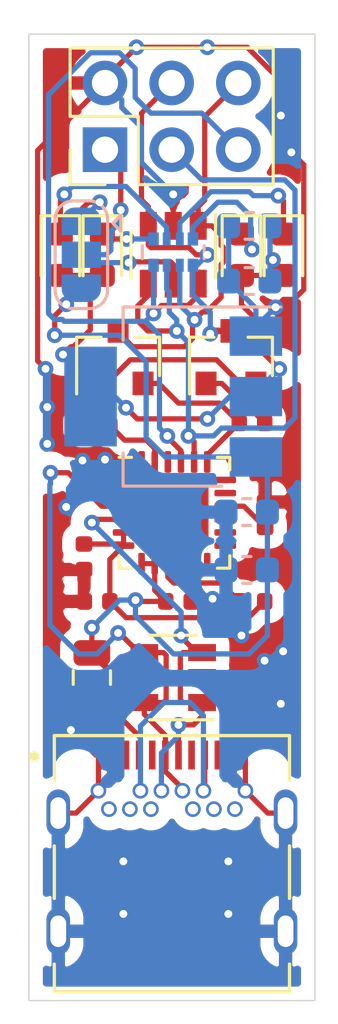
<source format=kicad_pcb>
(kicad_pcb (version 20171130) (host pcbnew 5.1.2+dfsg1-1)

  (general
    (thickness 1.6)
    (drawings 4)
    (tracks 400)
    (zones 0)
    (modules 26)
    (nets 46)
  )

  (page A4)
  (layers
    (0 F.Cu signal)
    (31 B.Cu signal)
    (32 B.Adhes user)
    (33 F.Adhes user)
    (34 B.Paste user)
    (35 F.Paste user)
    (36 B.SilkS user)
    (37 F.SilkS user)
    (38 B.Mask user)
    (39 F.Mask user)
    (40 Dwgs.User user)
    (41 Cmts.User user)
    (42 Eco1.User user)
    (43 Eco2.User user)
    (44 Edge.Cuts user)
    (45 Margin user)
    (46 B.CrtYd user)
    (47 F.CrtYd user)
    (48 B.Fab user)
    (49 F.Fab user)
  )

  (setup
    (last_trace_width 0.2)
    (trace_clearance 0.2)
    (zone_clearance 0.508)
    (zone_45_only no)
    (trace_min 0.2)
    (via_size 0.6)
    (via_drill 0.3)
    (via_min_size 0.4)
    (via_min_drill 0.3)
    (uvia_size 0.3)
    (uvia_drill 0.1)
    (uvias_allowed no)
    (uvia_min_size 0.2)
    (uvia_min_drill 0.1)
    (edge_width 0.05)
    (segment_width 0.2)
    (pcb_text_width 0.3)
    (pcb_text_size 1.5 1.5)
    (mod_edge_width 0.12)
    (mod_text_size 1 1)
    (mod_text_width 0.15)
    (pad_size 2 3.8)
    (pad_drill 0)
    (pad_to_mask_clearance 0.051)
    (solder_mask_min_width 0.25)
    (aux_axis_origin 0 0)
    (visible_elements 7FF9FFFF)
    (pcbplotparams
      (layerselection 0x010fc_ffffffff)
      (usegerberextensions false)
      (usegerberattributes false)
      (usegerberadvancedattributes false)
      (creategerberjobfile false)
      (excludeedgelayer true)
      (linewidth 0.100000)
      (plotframeref false)
      (viasonmask false)
      (mode 1)
      (useauxorigin false)
      (hpglpennumber 1)
      (hpglpenspeed 20)
      (hpglpendiameter 15.000000)
      (psnegative false)
      (psa4output false)
      (plotreference true)
      (plotvalue true)
      (plotinvisibletext false)
      (padsonsilk false)
      (subtractmaskfromsilk false)
      (outputformat 1)
      (mirror false)
      (drillshape 1)
      (scaleselection 1)
      (outputdirectory ""))
  )

  (net 0 "")
  (net 1 GND)
  (net 2 VBUS)
  (net 3 +3V3)
  (net 4 "Net-(C5-Pad1)")
  (net 5 /CP2104/VDD3V45)
  (net 6 "Net-(D1-Pad1)")
  (net 7 "Net-(D2-Pad1)")
  (net 8 "Net-(D3-Pad1)")
  (net 9 "Net-(D4-Pad1)")
  (net 10 "Net-(F1-Pad2)")
  (net 11 /EN)
  (net 12 /TXD)
  (net 13 /IO0)
  (net 14 /RXD)
  (net 15 VS)
  (net 16 /CP2104/RTS)
  (net 17 "Net-(Q1-Pad1)")
  (net 18 /CP2104/DTR)
  (net 19 "Net-(Q2-Pad1)")
  (net 20 "Net-(R1-Pad1)")
  (net 21 "Net-(U1-PadA2)")
  (net 22 "Net-(U1-PadB10)")
  (net 23 "Net-(U1-PadA10)")
  (net 24 /D-)
  (net 25 "Net-(U1-PadA5)")
  (net 26 "Net-(U1-PadB5)")
  (net 27 /D+)
  (net 28 "Net-(U1-PadA8)")
  (net 29 "Net-(U1-PadB3)")
  (net 30 "Net-(U1-PadA3)")
  (net 31 "Net-(U1-PadA11)")
  (net 32 "Net-(U1-PadB2)")
  (net 33 "Net-(U1-PadB11)")
  (net 34 "Net-(U1-PadB8)")
  (net 35 "Net-(U5-Pad24)")
  (net 36 "Net-(U5-Pad22)")
  (net 37 "Net-(U5-Pad18)")
  (net 38 "Net-(U5-Pad17)")
  (net 39 "Net-(U5-Pad15)")
  (net 40 "Net-(U5-Pad14)")
  (net 41 "Net-(U5-Pad13)")
  (net 42 "Net-(U5-Pad12)")
  (net 43 "Net-(U5-Pad11)")
  (net 44 "Net-(U5-Pad10)")
  (net 45 "Net-(U5-Pad1)")

  (net_class Default 这是默认网络类。
    (clearance 0.2)
    (trace_width 0.2)
    (via_dia 0.6)
    (via_drill 0.3)
    (uvia_dia 0.3)
    (uvia_drill 0.1)
    (add_net +3V3)
    (add_net /CP2104/DTR)
    (add_net /CP2104/RTS)
    (add_net /CP2104/VDD3V45)
    (add_net /D+)
    (add_net /D-)
    (add_net /EN)
    (add_net /IO0)
    (add_net /RXD)
    (add_net /TXD)
    (add_net GND)
    (add_net "Net-(C5-Pad1)")
    (add_net "Net-(D1-Pad1)")
    (add_net "Net-(D2-Pad1)")
    (add_net "Net-(D3-Pad1)")
    (add_net "Net-(D4-Pad1)")
    (add_net "Net-(F1-Pad2)")
    (add_net "Net-(Q1-Pad1)")
    (add_net "Net-(Q2-Pad1)")
    (add_net "Net-(R1-Pad1)")
    (add_net "Net-(U1-PadA10)")
    (add_net "Net-(U1-PadA11)")
    (add_net "Net-(U1-PadA2)")
    (add_net "Net-(U1-PadA3)")
    (add_net "Net-(U1-PadA5)")
    (add_net "Net-(U1-PadA8)")
    (add_net "Net-(U1-PadB10)")
    (add_net "Net-(U1-PadB11)")
    (add_net "Net-(U1-PadB2)")
    (add_net "Net-(U1-PadB3)")
    (add_net "Net-(U1-PadB5)")
    (add_net "Net-(U1-PadB8)")
    (add_net "Net-(U5-Pad1)")
    (add_net "Net-(U5-Pad10)")
    (add_net "Net-(U5-Pad11)")
    (add_net "Net-(U5-Pad12)")
    (add_net "Net-(U5-Pad13)")
    (add_net "Net-(U5-Pad14)")
    (add_net "Net-(U5-Pad15)")
    (add_net "Net-(U5-Pad17)")
    (add_net "Net-(U5-Pad18)")
    (add_net "Net-(U5-Pad22)")
    (add_net "Net-(U5-Pad24)")
    (add_net VBUS)
    (add_net VS)
  )

  (module Package_TO_SOT_SMD:SOT-223 (layer B.Cu) (tedit 5D3B7FBD) (tstamp 5D3C825C)
    (at 154.9 106.3 180)
    (descr "module CMS SOT223 4 pins")
    (tags "CMS SOT")
    (path /5D39DEA8/5D34CC59)
    (attr smd)
    (fp_text reference U4 (at 0 4.5 180) (layer B.SilkS) hide
      (effects (font (size 1 1) (thickness 0.15)) (justify mirror))
    )
    (fp_text value AMS1117-LDO (at 0 -4.5 180) (layer B.Fab) hide
      (effects (font (size 1 1) (thickness 0.15)) (justify mirror))
    )
    (fp_line (start 1.85 3.35) (end 1.85 -3.35) (layer B.Fab) (width 0.1))
    (fp_line (start -1.85 -3.35) (end 1.85 -3.35) (layer B.Fab) (width 0.1))
    (fp_line (start -4.1 3.41) (end 1.91 3.41) (layer B.SilkS) (width 0.12))
    (fp_line (start -0.8 3.35) (end 1.85 3.35) (layer B.Fab) (width 0.1))
    (fp_line (start -1.85 -3.41) (end 1.91 -3.41) (layer B.SilkS) (width 0.12))
    (fp_line (start -1.85 2.3) (end -1.85 -3.35) (layer B.Fab) (width 0.1))
    (fp_line (start -4.4 3.6) (end -4.4 -3.6) (layer B.CrtYd) (width 0.05))
    (fp_line (start -4.4 -3.6) (end 4.4 -3.6) (layer B.CrtYd) (width 0.05))
    (fp_line (start 4.4 -3.6) (end 4.4 3.6) (layer B.CrtYd) (width 0.05))
    (fp_line (start 4.4 3.6) (end -4.4 3.6) (layer B.CrtYd) (width 0.05))
    (fp_line (start 1.91 3.41) (end 1.91 2.15) (layer B.SilkS) (width 0.12))
    (fp_line (start 1.91 -3.41) (end 1.91 -2.15) (layer B.SilkS) (width 0.12))
    (fp_line (start -1.85 2.3) (end -0.8 3.35) (layer B.Fab) (width 0.1))
    (fp_text user %R (at 0 0 90) (layer B.Fab)
      (effects (font (size 0.8 0.8) (thickness 0.12)) (justify mirror))
    )
    (pad 1 smd rect (at -3.15 2.3 180) (size 2 1.5) (layers B.Cu B.Paste B.Mask)
      (net 1 GND))
    (pad 3 smd rect (at -3.15 -2.3 180) (size 2 1.5) (layers B.Cu B.Paste B.Mask)
      (net 2 VBUS))
    (pad 2 smd rect (at -3.15 0 180) (size 2 1.5) (layers B.Cu B.Paste B.Mask)
      (net 3 +3V3))
    (pad 4 smd rect (at 3.15 0 180) (size 2 3.8) (layers B.Cu B.Paste B.Mask)
      (net 3 +3V3))
    (model ${KISYS3DMOD}/Package_TO_SOT_SMD.3dshapes/SOT-223.wrl
      (at (xyz 0 0 0))
      (scale (xyz 1 1 1))
      (rotate (xyz 0 0 0))
    )
  )

  (module Jumper:SolderJumper-3_P1.3mm_Open_RoundedPad1.0x1.5mm (layer B.Cu) (tedit 5B391EB7) (tstamp 5D3C9834)
    (at 151.4 100.9 270)
    (descr "SMD Solder 3-pad Jumper, 1x1.5mm rounded Pads, 0.3mm gap, open")
    (tags "solder jumper open")
    (path /5D49CC9F)
    (attr virtual)
    (fp_text reference JP1 (at 0 1.8 270) (layer B.SilkS) hide
      (effects (font (size 1 1) (thickness 0.15)) (justify mirror))
    )
    (fp_text value SolderJumper_3_Open (at 0 -1.9 270) (layer B.Fab) hide
      (effects (font (size 1 1) (thickness 0.15)) (justify mirror))
    )
    (fp_line (start -1.2 -1.2) (end -0.9 -1.5) (layer B.SilkS) (width 0.12))
    (fp_line (start -1.5 -1.5) (end -0.9 -1.5) (layer B.SilkS) (width 0.12))
    (fp_line (start -1.2 -1.2) (end -1.5 -1.5) (layer B.SilkS) (width 0.12))
    (fp_line (start -2.05 -0.3) (end -2.05 0.3) (layer B.SilkS) (width 0.12))
    (fp_line (start 1.4 -1) (end -1.4 -1) (layer B.SilkS) (width 0.12))
    (fp_line (start 2.05 0.3) (end 2.05 -0.3) (layer B.SilkS) (width 0.12))
    (fp_line (start -1.4 1) (end 1.4 1) (layer B.SilkS) (width 0.12))
    (fp_line (start -2.3 1.25) (end 2.3 1.25) (layer B.CrtYd) (width 0.05))
    (fp_line (start -2.3 1.25) (end -2.3 -1.25) (layer B.CrtYd) (width 0.05))
    (fp_line (start 2.3 -1.25) (end 2.3 1.25) (layer B.CrtYd) (width 0.05))
    (fp_line (start 2.3 -1.25) (end -2.3 -1.25) (layer B.CrtYd) (width 0.05))
    (fp_arc (start 1.35 0.3) (end 2.05 0.3) (angle 90) (layer B.SilkS) (width 0.12))
    (fp_arc (start 1.35 -0.3) (end 1.35 -1) (angle 90) (layer B.SilkS) (width 0.12))
    (fp_arc (start -1.35 -0.3) (end -2.05 -0.3) (angle 90) (layer B.SilkS) (width 0.12))
    (fp_arc (start -1.35 0.3) (end -1.35 1) (angle 90) (layer B.SilkS) (width 0.12))
    (pad 1 smd custom (at -1.3 0 270) (size 1 0.5) (layers B.Cu B.Mask)
      (net 3 +3V3) (zone_connect 2)
      (options (clearance outline) (anchor rect))
      (primitives
        (gr_circle (center 0 -0.25) (end 0.5 -0.25) (width 0))
        (gr_circle (center 0 0.25) (end 0.5 0.25) (width 0))
        (gr_poly (pts
           (xy 0.55 0.75) (xy 0 0.75) (xy 0 -0.75) (xy 0.55 -0.75)) (width 0))
      ))
    (pad 3 smd custom (at 1.3 0 270) (size 1 0.5) (layers B.Cu B.Mask)
      (net 2 VBUS) (zone_connect 2)
      (options (clearance outline) (anchor rect))
      (primitives
        (gr_circle (center 0 -0.25) (end 0.5 -0.25) (width 0))
        (gr_circle (center 0 0.25) (end 0.5 0.25) (width 0))
        (gr_poly (pts
           (xy -0.55 0.75) (xy 0 0.75) (xy 0 -0.75) (xy -0.55 -0.75)) (width 0))
      ))
    (pad 2 smd rect (at 0 0 270) (size 1 1.5) (layers B.Cu B.Mask)
      (net 15 VS))
  )

  (module USB:UJ31-Ch-3-SMT-TR (layer F.Cu) (tedit 5D3B4E5E) (tstamp 5D3C2869)
    (at 154.7 124.8)
    (path /5D3A6108)
    (fp_text reference U1 (at 0 -6.8) (layer F.SilkS) hide
      (effects (font (size 1 1) (thickness 0.15)))
    )
    (fp_text value UJ31-CH-3-SMT-TR (at 0.4 5.8) (layer F.Fab) hide
      (effects (font (size 1 1) (thickness 0.15)))
    )
    (fp_line (start -4.6 -3.64) (end -4.6 -5.84) (layer F.CrtYd) (width 0.05))
    (fp_circle (center -5.1 -4.8) (end -5 -4.8) (layer F.SilkS) (width 0.2))
    (fp_line (start -4.93 -3.64) (end -4.6 -3.64) (layer F.CrtYd) (width 0.05))
    (fp_line (start 4.63 4.16) (end 4.63 3.11) (layer F.SilkS) (width 0.127))
    (fp_line (start 4.9 3.11) (end 4.9 4.41) (layer F.CrtYd) (width 0.05))
    (fp_line (start -4.33 4.16) (end 4.63 4.16) (layer F.SilkS) (width 0.127))
    (fp_line (start -4.33 -5.59) (end 4.63 -5.59) (layer F.SilkS) (width 0.127))
    (fp_line (start 5.23 0.61) (end 5.23 3.11) (layer F.CrtYd) (width 0.05))
    (fp_line (start 4.9 0.61) (end 5.23 0.61) (layer F.CrtYd) (width 0.05))
    (fp_line (start 4.9 -5.84) (end 4.9 -3.89) (layer F.CrtYd) (width 0.05))
    (fp_line (start 4.63 0.61) (end 4.63 -1.39) (layer F.SilkS) (width 0.127))
    (fp_line (start -4.93 -1.39) (end -4.93 -3.64) (layer F.CrtYd) (width 0.05))
    (fp_line (start -4.6 0.61) (end -4.6 -1.39) (layer F.CrtYd) (width 0.05))
    (fp_line (start -4.33 3.11) (end -4.33 4.16) (layer F.SilkS) (width 0.127))
    (fp_line (start 4.9 -3.89) (end 5.23 -3.89) (layer F.CrtYd) (width 0.05))
    (fp_line (start -4.93 0.61) (end -4.6 0.61) (layer F.CrtYd) (width 0.05))
    (fp_line (start -4.93 3.11) (end -4.93 0.61) (layer F.CrtYd) (width 0.05))
    (fp_line (start 4.63 -5.59) (end 4.63 -3.89) (layer F.SilkS) (width 0.127))
    (fp_line (start 4.9 -1.39) (end 4.9 0.61) (layer F.CrtYd) (width 0.05))
    (fp_line (start -4.6 3.11) (end -4.93 3.11) (layer F.CrtYd) (width 0.05))
    (fp_line (start -4.6 -5.84) (end 4.9 -5.84) (layer F.CrtYd) (width 0.05))
    (fp_line (start 5.23 3.11) (end 4.9 3.11) (layer F.CrtYd) (width 0.05))
    (fp_line (start -4.33 -1.39) (end -4.33 0.61) (layer F.SilkS) (width 0.127))
    (fp_line (start 5.23 -3.89) (end 5.23 -1.39) (layer F.CrtYd) (width 0.05))
    (fp_line (start -4.6 -1.39) (end -4.93 -1.39) (layer F.CrtYd) (width 0.05))
    (fp_line (start -4.6 4.41) (end -4.6 3.11) (layer F.CrtYd) (width 0.05))
    (fp_line (start 4.9 4.41) (end -4.6 4.41) (layer F.CrtYd) (width 0.05))
    (fp_line (start 5.23 -1.39) (end 4.9 -1.39) (layer F.CrtYd) (width 0.05))
    (fp_line (start -4.33 -5.59) (end -4.33 -3.89) (layer F.SilkS) (width 0.127))
    (pad SH1 thru_hole oval (at -4.18 -2.64 90) (size 1.8 0.9) (drill oval 1.2 0.6) (layers *.Cu *.Mask)
      (net 1 GND))
    (pad A2 smd rect (at -2.1 -4.85) (size 0.25 1.1) (layers F.Cu F.Paste F.Mask)
      (net 21 "Net-(U1-PadA2)"))
    (pad A1 smd rect (at -2.6 -4.85) (size 0.25 1.1) (layers F.Cu F.Paste F.Mask)
      (net 1 GND))
    (pad B9 thru_hole circle (at -1.05 -3.49) (size 0.6 0.6) (drill 0.4) (layers *.Cu *.Mask)
      (net 10 "Net-(F1-Pad2)"))
    (pad B10 thru_hole circle (at -1.45 -2.79) (size 0.6 0.6) (drill 0.4) (layers *.Cu *.Mask)
      (net 22 "Net-(U1-PadB10)"))
    (pad A10 smd rect (at 1.9 -4.85) (size 0.25 1.1) (layers F.Cu F.Paste F.Mask)
      (net 23 "Net-(U1-PadA10)"))
    (pad SH3 thru_hole oval (at -4.18 1.86 90) (size 1.8 0.9) (drill oval 1.2 0.6) (layers *.Cu *.Mask)
      (net 1 GND))
    (pad B7 thru_hole circle (at -0.25 -3.49) (size 0.6 0.6) (drill 0.4) (layers *.Cu *.Mask)
      (net 24 /D-))
    (pad A9 smd rect (at 1.4 -4.85) (size 0.25 1.1) (layers F.Cu F.Paste F.Mask)
      (net 10 "Net-(F1-Pad2)"))
    (pad A4 smd rect (at -1.1 -4.85) (size 0.25 1.1) (layers F.Cu F.Paste F.Mask)
      (net 10 "Net-(F1-Pad2)"))
    (pad Hole np_thru_hole circle (at -3.45 -4.14) (size 0.85 0.85) (drill 0.85) (layers *.Cu *.Mask F.SilkS))
    (pad A12 smd rect (at 2.9 -4.85) (size 0.25 1.1) (layers F.Cu F.Paste F.Mask)
      (net 1 GND))
    (pad Hole np_thru_hole circle (at 3.75 -4.14) (size 0.85 0.85) (drill 0.85) (layers *.Cu *.Mask F.SilkS))
    (pad A5 smd rect (at -0.6 -4.85) (size 0.25 1.1) (layers F.Cu F.Paste F.Mask)
      (net 25 "Net-(U1-PadA5)"))
    (pad B5 thru_hole circle (at 0.95 -2.79) (size 0.6 0.6) (drill 0.4) (layers *.Cu *.Mask)
      (net 26 "Net-(U1-PadB5)"))
    (pad B6 thru_hole circle (at 0.55 -3.49) (size 0.6 0.6) (drill 0.4) (layers *.Cu *.Mask)
      (net 27 /D+))
    (pad A8 smd rect (at 0.9 -4.85) (size 0.25 1.1) (layers F.Cu F.Paste F.Mask)
      (net 28 "Net-(U1-PadA8)"))
    (pad B3 thru_hole circle (at 1.75 -2.79) (size 0.6 0.6) (drill 0.4) (layers *.Cu *.Mask)
      (net 29 "Net-(U1-PadB3)"))
    (pad SH4 thru_hole oval (at 4.48 1.86 90) (size 1.8 0.9) (drill oval 1.2 0.6) (layers *.Cu *.Mask)
      (net 1 GND))
    (pad B12 thru_hole circle (at -2.65 -3.49) (size 0.6 0.6) (drill 0.4) (layers *.Cu *.Mask)
      (net 1 GND))
    (pad A3 smd rect (at -1.6 -4.85) (size 0.25 1.1) (layers F.Cu F.Paste F.Mask)
      (net 30 "Net-(U1-PadA3)"))
    (pad B1 thru_hole circle (at 2.95 -3.49) (size 0.6 0.6) (drill 0.4) (layers *.Cu *.Mask)
      (net 1 GND))
    (pad B4 thru_hole circle (at 1.35 -3.49) (size 0.6 0.6) (drill 0.4) (layers *.Cu *.Mask)
      (net 10 "Net-(F1-Pad2)"))
    (pad A11 smd rect (at 2.4 -4.85) (size 0.25 1.1) (layers F.Cu F.Paste F.Mask)
      (net 31 "Net-(U1-PadA11)"))
    (pad SH2 thru_hole oval (at 4.48 -2.64 90) (size 1.8 0.9) (drill oval 1.2 0.6) (layers *.Cu *.Mask)
      (net 1 GND))
    (pad B2 thru_hole circle (at 2.55 -2.79) (size 0.6 0.6) (drill 0.4) (layers *.Cu *.Mask)
      (net 32 "Net-(U1-PadB2)"))
    (pad A6 smd rect (at -0.1 -4.85) (size 0.25 1.1) (layers F.Cu F.Paste F.Mask)
      (net 27 /D+))
    (pad B11 thru_hole circle (at -2.25 -2.79) (size 0.6 0.6) (drill 0.4) (layers *.Cu *.Mask)
      (net 33 "Net-(U1-PadB11)"))
    (pad A7 smd rect (at 0.4 -4.85) (size 0.25 1.1) (layers F.Cu F.Paste F.Mask)
      (net 24 /D-))
    (pad B8 thru_hole circle (at -0.65 -2.79) (size 0.6 0.6) (drill 0.4) (layers *.Cu *.Mask)
      (net 34 "Net-(U1-PadB8)"))
    (model ${KIPRJMOD}/kicad-lib/modules/packages3d/USB.3dshapes/CUI_UJ31-CH-3-SMT-TR.step
      (offset (xyz 0.15 0.7 1.6))
      (scale (xyz 1 1 1))
      (rotate (xyz 0 0 90))
    )
  )

  (module Package_DFN_QFN:QFN-24-1EP_4x4mm_P0.5mm_EP2.6x2.6mm (layer F.Cu) (tedit 5C1FD453) (tstamp 5D3BB5AC)
    (at 154.945001 110.725001)
    (descr "QFN, 24 Pin (http://ww1.microchip.com/downloads/en/PackagingSpec/00000049BQ.pdf#page=278), generated with kicad-footprint-generator ipc_dfn_qfn_generator.py")
    (tags "QFN DFN_QFN")
    (path /5D3A754A/5D3A771B)
    (attr smd)
    (fp_text reference U5 (at 0 -3.3) (layer F.SilkS) hide
      (effects (font (size 1 1) (thickness 0.15)))
    )
    (fp_text value CP2104 (at 0 3.3) (layer F.Fab) hide
      (effects (font (size 1 1) (thickness 0.15)))
    )
    (fp_text user %R (at 0 0) (layer F.Fab)
      (effects (font (size 1 1) (thickness 0.15)))
    )
    (fp_line (start 2.6 -2.6) (end -2.6 -2.6) (layer F.CrtYd) (width 0.05))
    (fp_line (start 2.6 2.6) (end 2.6 -2.6) (layer F.CrtYd) (width 0.05))
    (fp_line (start -2.6 2.6) (end 2.6 2.6) (layer F.CrtYd) (width 0.05))
    (fp_line (start -2.6 -2.6) (end -2.6 2.6) (layer F.CrtYd) (width 0.05))
    (fp_line (start -2 -1) (end -1 -2) (layer F.Fab) (width 0.1))
    (fp_line (start -2 2) (end -2 -1) (layer F.Fab) (width 0.1))
    (fp_line (start 2 2) (end -2 2) (layer F.Fab) (width 0.1))
    (fp_line (start 2 -2) (end 2 2) (layer F.Fab) (width 0.1))
    (fp_line (start -1 -2) (end 2 -2) (layer F.Fab) (width 0.1))
    (fp_line (start -1.635 -2.11) (end -2.11 -2.11) (layer F.SilkS) (width 0.12))
    (fp_line (start 2.11 2.11) (end 2.11 1.635) (layer F.SilkS) (width 0.12))
    (fp_line (start 1.635 2.11) (end 2.11 2.11) (layer F.SilkS) (width 0.12))
    (fp_line (start -2.11 2.11) (end -2.11 1.635) (layer F.SilkS) (width 0.12))
    (fp_line (start -1.635 2.11) (end -2.11 2.11) (layer F.SilkS) (width 0.12))
    (fp_line (start 2.11 -2.11) (end 2.11 -1.635) (layer F.SilkS) (width 0.12))
    (fp_line (start 1.635 -2.11) (end 2.11 -2.11) (layer F.SilkS) (width 0.12))
    (pad 24 smd roundrect (at -1.25 -1.9375) (size 0.25 0.825) (layers F.Cu F.Paste F.Mask) (roundrect_rratio 0.25)
      (net 35 "Net-(U5-Pad24)"))
    (pad 23 smd roundrect (at -0.75 -1.9375) (size 0.25 0.825) (layers F.Cu F.Paste F.Mask) (roundrect_rratio 0.25)
      (net 18 /CP2104/DTR))
    (pad 22 smd roundrect (at -0.25 -1.9375) (size 0.25 0.825) (layers F.Cu F.Paste F.Mask) (roundrect_rratio 0.25)
      (net 36 "Net-(U5-Pad22)"))
    (pad 21 smd roundrect (at 0.25 -1.9375) (size 0.25 0.825) (layers F.Cu F.Paste F.Mask) (roundrect_rratio 0.25)
      (net 12 /TXD))
    (pad 20 smd roundrect (at 0.75 -1.9375) (size 0.25 0.825) (layers F.Cu F.Paste F.Mask) (roundrect_rratio 0.25)
      (net 14 /RXD))
    (pad 19 smd roundrect (at 1.25 -1.9375) (size 0.25 0.825) (layers F.Cu F.Paste F.Mask) (roundrect_rratio 0.25)
      (net 16 /CP2104/RTS))
    (pad 18 smd roundrect (at 1.9375 -1.25) (size 0.825 0.25) (layers F.Cu F.Paste F.Mask) (roundrect_rratio 0.25)
      (net 37 "Net-(U5-Pad18)"))
    (pad 17 smd roundrect (at 1.9375 -0.75) (size 0.825 0.25) (layers F.Cu F.Paste F.Mask) (roundrect_rratio 0.25)
      (net 38 "Net-(U5-Pad17)"))
    (pad 16 smd roundrect (at 1.9375 -0.25) (size 0.825 0.25) (layers F.Cu F.Paste F.Mask) (roundrect_rratio 0.25)
      (net 4 "Net-(C5-Pad1)"))
    (pad 15 smd roundrect (at 1.9375 0.25) (size 0.825 0.25) (layers F.Cu F.Paste F.Mask) (roundrect_rratio 0.25)
      (net 39 "Net-(U5-Pad15)"))
    (pad 14 smd roundrect (at 1.9375 0.75) (size 0.825 0.25) (layers F.Cu F.Paste F.Mask) (roundrect_rratio 0.25)
      (net 40 "Net-(U5-Pad14)"))
    (pad 13 smd roundrect (at 1.9375 1.25) (size 0.825 0.25) (layers F.Cu F.Paste F.Mask) (roundrect_rratio 0.25)
      (net 41 "Net-(U5-Pad13)"))
    (pad 12 smd roundrect (at 1.25 1.9375) (size 0.25 0.825) (layers F.Cu F.Paste F.Mask) (roundrect_rratio 0.25)
      (net 42 "Net-(U5-Pad12)"))
    (pad 11 smd roundrect (at 0.75 1.9375) (size 0.25 0.825) (layers F.Cu F.Paste F.Mask) (roundrect_rratio 0.25)
      (net 43 "Net-(U5-Pad11)"))
    (pad 10 smd roundrect (at 0.25 1.9375) (size 0.25 0.825) (layers F.Cu F.Paste F.Mask) (roundrect_rratio 0.25)
      (net 44 "Net-(U5-Pad10)"))
    (pad 9 smd roundrect (at -0.25 1.9375) (size 0.25 0.825) (layers F.Cu F.Paste F.Mask) (roundrect_rratio 0.25)
      (net 20 "Net-(R1-Pad1)"))
    (pad 8 smd roundrect (at -0.75 1.9375) (size 0.25 0.825) (layers F.Cu F.Paste F.Mask) (roundrect_rratio 0.25)
      (net 2 VBUS))
    (pad 7 smd roundrect (at -1.25 1.9375) (size 0.25 0.825) (layers F.Cu F.Paste F.Mask) (roundrect_rratio 0.25)
      (net 2 VBUS))
    (pad 6 smd roundrect (at -1.9375 1.25) (size 0.825 0.25) (layers F.Cu F.Paste F.Mask) (roundrect_rratio 0.25)
      (net 5 /CP2104/VDD3V45))
    (pad 5 smd roundrect (at -1.9375 0.75) (size 0.825 0.25) (layers F.Cu F.Paste F.Mask) (roundrect_rratio 0.25)
      (net 5 /CP2104/VDD3V45))
    (pad 4 smd roundrect (at -1.9375 0.25) (size 0.825 0.25) (layers F.Cu F.Paste F.Mask) (roundrect_rratio 0.25)
      (net 24 /D-))
    (pad 3 smd roundrect (at -1.9375 -0.25) (size 0.825 0.25) (layers F.Cu F.Paste F.Mask) (roundrect_rratio 0.25)
      (net 27 /D+))
    (pad 2 smd roundrect (at -1.9375 -0.75) (size 0.825 0.25) (layers F.Cu F.Paste F.Mask) (roundrect_rratio 0.25)
      (net 1 GND))
    (pad 1 smd roundrect (at -1.9375 -1.25) (size 0.825 0.25) (layers F.Cu F.Paste F.Mask) (roundrect_rratio 0.25)
      (net 45 "Net-(U5-Pad1)"))
    (pad "" smd roundrect (at 0.65 0.65) (size 1.05 1.05) (layers F.Paste) (roundrect_rratio 0.238095))
    (pad "" smd roundrect (at 0.65 -0.65) (size 1.05 1.05) (layers F.Paste) (roundrect_rratio 0.238095))
    (pad "" smd roundrect (at -0.65 0.65) (size 1.05 1.05) (layers F.Paste) (roundrect_rratio 0.238095))
    (pad "" smd roundrect (at -0.65 -0.65) (size 1.05 1.05) (layers F.Paste) (roundrect_rratio 0.238095))
    (pad 25 smd roundrect (at 0 0) (size 2.6 2.6) (layers F.Cu F.Mask) (roundrect_rratio 0.096154)
      (net 1 GND))
    (model ${KISYS3DMOD}/Package_DFN_QFN.3dshapes/QFN-24-1EP_4x4mm_P0.5mm_EP2.6x2.6mm.wrl
      (at (xyz 0 0 0))
      (scale (xyz 1 1 1))
      (rotate (xyz 0 0 0))
    )
  )

  (module Package_TO_SOT_SMD:SOT-23-6 (layer F.Cu) (tedit 5A02FF57) (tstamp 5D3BB564)
    (at 154.9 100.9 270)
    (descr "6-pin SOT-23 package")
    (tags SOT-23-6)
    (path /5D3CBF09)
    (attr smd)
    (fp_text reference U3 (at 0 -2.9 270) (layer F.SilkS) hide
      (effects (font (size 1 1) (thickness 0.15)))
    )
    (fp_text value SRV05-4 (at 0 2.9 270) (layer F.Fab) hide
      (effects (font (size 1 1) (thickness 0.15)))
    )
    (fp_line (start 0.9 -1.55) (end 0.9 1.55) (layer F.Fab) (width 0.1))
    (fp_line (start 0.9 1.55) (end -0.9 1.55) (layer F.Fab) (width 0.1))
    (fp_line (start -0.9 -0.9) (end -0.9 1.55) (layer F.Fab) (width 0.1))
    (fp_line (start 0.9 -1.55) (end -0.25 -1.55) (layer F.Fab) (width 0.1))
    (fp_line (start -0.9 -0.9) (end -0.25 -1.55) (layer F.Fab) (width 0.1))
    (fp_line (start -1.9 -1.8) (end -1.9 1.8) (layer F.CrtYd) (width 0.05))
    (fp_line (start -1.9 1.8) (end 1.9 1.8) (layer F.CrtYd) (width 0.05))
    (fp_line (start 1.9 1.8) (end 1.9 -1.8) (layer F.CrtYd) (width 0.05))
    (fp_line (start 1.9 -1.8) (end -1.9 -1.8) (layer F.CrtYd) (width 0.05))
    (fp_line (start 0.9 -1.61) (end -1.55 -1.61) (layer F.SilkS) (width 0.12))
    (fp_line (start -0.9 1.61) (end 0.9 1.61) (layer F.SilkS) (width 0.12))
    (fp_text user %R (at 0 0) (layer F.Fab)
      (effects (font (size 0.5 0.5) (thickness 0.075)))
    )
    (pad 5 smd rect (at 1.1 0 270) (size 1.06 0.65) (layers F.Cu F.Paste F.Mask)
      (net 15 VS))
    (pad 6 smd rect (at 1.1 -0.95 270) (size 1.06 0.65) (layers F.Cu F.Paste F.Mask)
      (net 12 /TXD))
    (pad 4 smd rect (at 1.1 0.95 270) (size 1.06 0.65) (layers F.Cu F.Paste F.Mask)
      (net 14 /RXD))
    (pad 3 smd rect (at -1.1 0.95 270) (size 1.06 0.65) (layers F.Cu F.Paste F.Mask)
      (net 13 /IO0))
    (pad 2 smd rect (at -1.1 0 270) (size 1.06 0.65) (layers F.Cu F.Paste F.Mask)
      (net 1 GND))
    (pad 1 smd rect (at -1.1 -0.95 270) (size 1.06 0.65) (layers F.Cu F.Paste F.Mask)
      (net 11 /EN))
    (model ${KISYS3DMOD}/Package_TO_SOT_SMD.3dshapes/SOT-23-6.wrl
      (at (xyz 0 0 0))
      (scale (xyz 1 1 1))
      (rotate (xyz 0 0 0))
    )
  )

  (module Package_TO_SOT_SMD:SOT-23-6 (layer F.Cu) (tedit 5A02FF57) (tstamp 5D3BB54E)
    (at 154.9 117 180)
    (descr "6-pin SOT-23 package")
    (tags SOT-23-6)
    (path /5D3C8240)
    (attr smd)
    (fp_text reference U2 (at 0 -2.9 180) (layer F.SilkS) hide
      (effects (font (size 1 1) (thickness 0.15)))
    )
    (fp_text value SRV05-4 (at 0 2.9 180) (layer F.Fab) hide
      (effects (font (size 1 1) (thickness 0.15)))
    )
    (fp_line (start 0.9 -1.55) (end 0.9 1.55) (layer F.Fab) (width 0.1))
    (fp_line (start 0.9 1.55) (end -0.9 1.55) (layer F.Fab) (width 0.1))
    (fp_line (start -0.9 -0.9) (end -0.9 1.55) (layer F.Fab) (width 0.1))
    (fp_line (start 0.9 -1.55) (end -0.25 -1.55) (layer F.Fab) (width 0.1))
    (fp_line (start -0.9 -0.9) (end -0.25 -1.55) (layer F.Fab) (width 0.1))
    (fp_line (start -1.9 -1.8) (end -1.9 1.8) (layer F.CrtYd) (width 0.05))
    (fp_line (start -1.9 1.8) (end 1.9 1.8) (layer F.CrtYd) (width 0.05))
    (fp_line (start 1.9 1.8) (end 1.9 -1.8) (layer F.CrtYd) (width 0.05))
    (fp_line (start 1.9 -1.8) (end -1.9 -1.8) (layer F.CrtYd) (width 0.05))
    (fp_line (start 0.9 -1.61) (end -1.55 -1.61) (layer F.SilkS) (width 0.12))
    (fp_line (start -0.9 1.61) (end 0.9 1.61) (layer F.SilkS) (width 0.12))
    (fp_text user %R (at 0 0 270) (layer F.Fab)
      (effects (font (size 0.5 0.5) (thickness 0.075)))
    )
    (pad 5 smd rect (at 1.1 0 180) (size 1.06 0.65) (layers F.Cu F.Paste F.Mask)
      (net 2 VBUS))
    (pad 6 smd rect (at 1.1 -0.95 180) (size 1.06 0.65) (layers F.Cu F.Paste F.Mask)
      (net 27 /D+))
    (pad 4 smd rect (at 1.1 0.95 180) (size 1.06 0.65) (layers F.Cu F.Paste F.Mask)
      (net 27 /D+))
    (pad 3 smd rect (at -1.1 0.95 180) (size 1.06 0.65) (layers F.Cu F.Paste F.Mask)
      (net 24 /D-))
    (pad 2 smd rect (at -1.1 0 180) (size 1.06 0.65) (layers F.Cu F.Paste F.Mask)
      (net 1 GND))
    (pad 1 smd rect (at -1.1 -0.95 180) (size 1.06 0.65) (layers F.Cu F.Paste F.Mask)
      (net 24 /D-))
    (model ${KISYS3DMOD}/Package_TO_SOT_SMD.3dshapes/SOT-23-6.wrl
      (at (xyz 0 0 0))
      (scale (xyz 1 1 1))
      (rotate (xyz 0 0 0))
    )
  )

  (module Resistor_SMD:R_Array_Convex_4x0402 (layer B.Cu) (tedit 58E0A8A8) (tstamp 5D3BB4CF)
    (at 154.9 100.8 90)
    (descr "Chip Resistor Network, ROHM MNR04 (see mnr_g.pdf)")
    (tags "resistor array")
    (path /5D3BE982)
    (attr smd)
    (fp_text reference RN1 (at 0 2.1 90) (layer B.SilkS) hide
      (effects (font (size 1 1) (thickness 0.15)) (justify mirror))
    )
    (fp_text value 1K (at 0 -2.1 90) (layer B.Fab) hide
      (effects (font (size 1 1) (thickness 0.15)) (justify mirror))
    )
    (fp_line (start 1 -1.25) (end -1 -1.25) (layer B.CrtYd) (width 0.05))
    (fp_line (start 1 -1.25) (end 1 1.25) (layer B.CrtYd) (width 0.05))
    (fp_line (start -1 1.25) (end -1 -1.25) (layer B.CrtYd) (width 0.05))
    (fp_line (start -1 1.25) (end 1 1.25) (layer B.CrtYd) (width 0.05))
    (fp_line (start 0.25 -1.18) (end -0.25 -1.18) (layer B.SilkS) (width 0.12))
    (fp_line (start 0.25 1.18) (end -0.25 1.18) (layer B.SilkS) (width 0.12))
    (fp_line (start -0.5 -1) (end -0.5 1) (layer B.Fab) (width 0.1))
    (fp_line (start 0.5 -1) (end -0.5 -1) (layer B.Fab) (width 0.1))
    (fp_line (start 0.5 1) (end 0.5 -1) (layer B.Fab) (width 0.1))
    (fp_line (start -0.5 1) (end 0.5 1) (layer B.Fab) (width 0.1))
    (fp_text user %R (at 0 0) (layer B.Fab)
      (effects (font (size 0.5 0.5) (thickness 0.075)) (justify mirror))
    )
    (pad 5 smd rect (at 0.5 -0.75 90) (size 0.5 0.4) (layers B.Cu B.Paste B.Mask)
      (net 9 "Net-(D4-Pad1)"))
    (pad 6 smd rect (at 0.5 -0.25 90) (size 0.5 0.3) (layers B.Cu B.Paste B.Mask)
      (net 8 "Net-(D3-Pad1)"))
    (pad 8 smd rect (at 0.5 0.75 90) (size 0.5 0.4) (layers B.Cu B.Paste B.Mask)
      (net 6 "Net-(D1-Pad1)"))
    (pad 7 smd rect (at 0.5 0.25 90) (size 0.5 0.3) (layers B.Cu B.Paste B.Mask)
      (net 7 "Net-(D2-Pad1)"))
    (pad 4 smd rect (at -0.5 -0.75 90) (size 0.5 0.4) (layers B.Cu B.Paste B.Mask)
      (net 12 /TXD))
    (pad 2 smd rect (at -0.5 0.25 90) (size 0.5 0.3) (layers B.Cu B.Paste B.Mask)
      (net 11 /EN))
    (pad 3 smd rect (at -0.5 -0.25 90) (size 0.5 0.3) (layers B.Cu B.Paste B.Mask)
      (net 14 /RXD))
    (pad 1 smd rect (at -0.5 0.75 90) (size 0.5 0.4) (layers B.Cu B.Paste B.Mask)
      (net 13 /IO0))
    (model ${KISYS3DMOD}/Resistor_SMD.3dshapes/R_Array_Convex_4x0402.wrl
      (at (xyz 0 0 0))
      (scale (xyz 1 1 1))
      (rotate (xyz 0 0 0))
    )
  )

  (module Resistor_SMD:R_0402_1005Metric (layer F.Cu) (tedit 5B301BBD) (tstamp 5D3BB4B8)
    (at 157.9 107.3)
    (descr "Resistor SMD 0402 (1005 Metric), square (rectangular) end terminal, IPC_7351 nominal, (Body size source: http://www.tortai-tech.com/upload/download/2011102023233369053.pdf), generated with kicad-footprint-generator")
    (tags resistor)
    (path /5D3A754A/5D3CE512)
    (attr smd)
    (fp_text reference R3 (at 0 -1.17) (layer F.SilkS) hide
      (effects (font (size 1 1) (thickness 0.15)))
    )
    (fp_text value 1K (at 0 1.17) (layer F.Fab) hide
      (effects (font (size 1 1) (thickness 0.15)))
    )
    (fp_text user %R (at 0 0) (layer F.Fab)
      (effects (font (size 0.25 0.25) (thickness 0.04)))
    )
    (fp_line (start 0.93 0.47) (end -0.93 0.47) (layer F.CrtYd) (width 0.05))
    (fp_line (start 0.93 -0.47) (end 0.93 0.47) (layer F.CrtYd) (width 0.05))
    (fp_line (start -0.93 -0.47) (end 0.93 -0.47) (layer F.CrtYd) (width 0.05))
    (fp_line (start -0.93 0.47) (end -0.93 -0.47) (layer F.CrtYd) (width 0.05))
    (fp_line (start 0.5 0.25) (end -0.5 0.25) (layer F.Fab) (width 0.1))
    (fp_line (start 0.5 -0.25) (end 0.5 0.25) (layer F.Fab) (width 0.1))
    (fp_line (start -0.5 -0.25) (end 0.5 -0.25) (layer F.Fab) (width 0.1))
    (fp_line (start -0.5 0.25) (end -0.5 -0.25) (layer F.Fab) (width 0.1))
    (pad 2 smd roundrect (at 0.485 0) (size 0.59 0.64) (layers F.Cu F.Paste F.Mask) (roundrect_rratio 0.25)
      (net 19 "Net-(Q2-Pad1)"))
    (pad 1 smd roundrect (at -0.485 0) (size 0.59 0.64) (layers F.Cu F.Paste F.Mask) (roundrect_rratio 0.25)
      (net 16 /CP2104/RTS))
    (model ${KISYS3DMOD}/Resistor_SMD.3dshapes/R_0402_1005Metric.wrl
      (at (xyz 0 0 0))
      (scale (xyz 1 1 1))
      (rotate (xyz 0 0 0))
    )
  )

  (module Resistor_SMD:R_0402_1005Metric (layer F.Cu) (tedit 5B301BBD) (tstamp 5D3BB4A9)
    (at 152 107.4 180)
    (descr "Resistor SMD 0402 (1005 Metric), square (rectangular) end terminal, IPC_7351 nominal, (Body size source: http://www.tortai-tech.com/upload/download/2011102023233369053.pdf), generated with kicad-footprint-generator")
    (tags resistor)
    (path /5D3A754A/5D3CE81F)
    (attr smd)
    (fp_text reference R2 (at 0 -1.17 180) (layer F.SilkS) hide
      (effects (font (size 1 1) (thickness 0.15)))
    )
    (fp_text value 1K (at 0 1.17 180) (layer F.Fab) hide
      (effects (font (size 1 1) (thickness 0.15)))
    )
    (fp_text user %R (at 0 0 180) (layer F.Fab)
      (effects (font (size 0.25 0.25) (thickness 0.04)))
    )
    (fp_line (start 0.93 0.47) (end -0.93 0.47) (layer F.CrtYd) (width 0.05))
    (fp_line (start 0.93 -0.47) (end 0.93 0.47) (layer F.CrtYd) (width 0.05))
    (fp_line (start -0.93 -0.47) (end 0.93 -0.47) (layer F.CrtYd) (width 0.05))
    (fp_line (start -0.93 0.47) (end -0.93 -0.47) (layer F.CrtYd) (width 0.05))
    (fp_line (start 0.5 0.25) (end -0.5 0.25) (layer F.Fab) (width 0.1))
    (fp_line (start 0.5 -0.25) (end 0.5 0.25) (layer F.Fab) (width 0.1))
    (fp_line (start -0.5 -0.25) (end 0.5 -0.25) (layer F.Fab) (width 0.1))
    (fp_line (start -0.5 0.25) (end -0.5 -0.25) (layer F.Fab) (width 0.1))
    (pad 2 smd roundrect (at 0.485 0 180) (size 0.59 0.64) (layers F.Cu F.Paste F.Mask) (roundrect_rratio 0.25)
      (net 17 "Net-(Q1-Pad1)"))
    (pad 1 smd roundrect (at -0.485 0 180) (size 0.59 0.64) (layers F.Cu F.Paste F.Mask) (roundrect_rratio 0.25)
      (net 18 /CP2104/DTR))
    (model ${KISYS3DMOD}/Resistor_SMD.3dshapes/R_0402_1005Metric.wrl
      (at (xyz 0 0 0))
      (scale (xyz 1 1 1))
      (rotate (xyz 0 0 0))
    )
  )

  (module Resistor_SMD:R_0402_1005Metric (layer F.Cu) (tedit 5B301BBD) (tstamp 5D3BB49A)
    (at 157.9 114.1)
    (descr "Resistor SMD 0402 (1005 Metric), square (rectangular) end terminal, IPC_7351 nominal, (Body size source: http://www.tortai-tech.com/upload/download/2011102023233369053.pdf), generated with kicad-footprint-generator")
    (tags resistor)
    (path /5D3A754A/5D3B6225)
    (attr smd)
    (fp_text reference R1 (at 0 -1.17) (layer F.SilkS) hide
      (effects (font (size 1 1) (thickness 0.15)))
    )
    (fp_text value 4.7K (at 0 1.17) (layer F.Fab) hide
      (effects (font (size 1 1) (thickness 0.15)))
    )
    (fp_text user %R (at 0 0) (layer F.Fab)
      (effects (font (size 0.25 0.25) (thickness 0.04)))
    )
    (fp_line (start 0.93 0.47) (end -0.93 0.47) (layer F.CrtYd) (width 0.05))
    (fp_line (start 0.93 -0.47) (end 0.93 0.47) (layer F.CrtYd) (width 0.05))
    (fp_line (start -0.93 -0.47) (end 0.93 -0.47) (layer F.CrtYd) (width 0.05))
    (fp_line (start -0.93 0.47) (end -0.93 -0.47) (layer F.CrtYd) (width 0.05))
    (fp_line (start 0.5 0.25) (end -0.5 0.25) (layer F.Fab) (width 0.1))
    (fp_line (start 0.5 -0.25) (end 0.5 0.25) (layer F.Fab) (width 0.1))
    (fp_line (start -0.5 -0.25) (end 0.5 -0.25) (layer F.Fab) (width 0.1))
    (fp_line (start -0.5 0.25) (end -0.5 -0.25) (layer F.Fab) (width 0.1))
    (pad 2 smd roundrect (at 0.485 0) (size 0.59 0.64) (layers F.Cu F.Paste F.Mask) (roundrect_rratio 0.25)
      (net 5 /CP2104/VDD3V45))
    (pad 1 smd roundrect (at -0.485 0) (size 0.59 0.64) (layers F.Cu F.Paste F.Mask) (roundrect_rratio 0.25)
      (net 20 "Net-(R1-Pad1)"))
    (model ${KISYS3DMOD}/Resistor_SMD.3dshapes/R_0402_1005Metric.wrl
      (at (xyz 0 0 0))
      (scale (xyz 1 1 1))
      (rotate (xyz 0 0 0))
    )
  )

  (module Package_TO_SOT_SMD:SOT-23 (layer F.Cu) (tedit 5A02FF57) (tstamp 5D3BB48B)
    (at 157.1 104.8 90)
    (descr "SOT-23, Standard")
    (tags SOT-23)
    (path /5D3A754A/5D3ABF9B)
    (attr smd)
    (fp_text reference Q2 (at 0 -2.5 90) (layer F.SilkS) hide
      (effects (font (size 1 1) (thickness 0.15)))
    )
    (fp_text value S8050 (at 0 2.5 90) (layer F.Fab) hide
      (effects (font (size 1 1) (thickness 0.15)))
    )
    (fp_line (start 0.76 1.58) (end -0.7 1.58) (layer F.SilkS) (width 0.12))
    (fp_line (start 0.76 -1.58) (end -1.4 -1.58) (layer F.SilkS) (width 0.12))
    (fp_line (start -1.7 1.75) (end -1.7 -1.75) (layer F.CrtYd) (width 0.05))
    (fp_line (start 1.7 1.75) (end -1.7 1.75) (layer F.CrtYd) (width 0.05))
    (fp_line (start 1.7 -1.75) (end 1.7 1.75) (layer F.CrtYd) (width 0.05))
    (fp_line (start -1.7 -1.75) (end 1.7 -1.75) (layer F.CrtYd) (width 0.05))
    (fp_line (start 0.76 -1.58) (end 0.76 -0.65) (layer F.SilkS) (width 0.12))
    (fp_line (start 0.76 1.58) (end 0.76 0.65) (layer F.SilkS) (width 0.12))
    (fp_line (start -0.7 1.52) (end 0.7 1.52) (layer F.Fab) (width 0.1))
    (fp_line (start 0.7 -1.52) (end 0.7 1.52) (layer F.Fab) (width 0.1))
    (fp_line (start -0.7 -0.95) (end -0.15 -1.52) (layer F.Fab) (width 0.1))
    (fp_line (start -0.15 -1.52) (end 0.7 -1.52) (layer F.Fab) (width 0.1))
    (fp_line (start -0.7 -0.95) (end -0.7 1.5) (layer F.Fab) (width 0.1))
    (fp_text user %R (at 0 0 180) (layer F.Fab)
      (effects (font (size 0.5 0.5) (thickness 0.075)))
    )
    (pad 3 smd rect (at 1 0 90) (size 0.9 0.8) (layers F.Cu F.Paste F.Mask)
      (net 13 /IO0))
    (pad 2 smd rect (at -1 0.95 90) (size 0.9 0.8) (layers F.Cu F.Paste F.Mask)
      (net 18 /CP2104/DTR))
    (pad 1 smd rect (at -1 -0.95 90) (size 0.9 0.8) (layers F.Cu F.Paste F.Mask)
      (net 19 "Net-(Q2-Pad1)"))
    (model ${KISYS3DMOD}/Package_TO_SOT_SMD.3dshapes/SOT-23.wrl
      (at (xyz 0 0 0))
      (scale (xyz 1 1 1))
      (rotate (xyz 0 0 0))
    )
  )

  (module Package_TO_SOT_SMD:SOT-23 (layer F.Cu) (tedit 5A02FF57) (tstamp 5D3BB476)
    (at 152.8 104.8 90)
    (descr "SOT-23, Standard")
    (tags SOT-23)
    (path /5D3A754A/5D371D42)
    (attr smd)
    (fp_text reference Q1 (at 0 -2.5 90) (layer F.SilkS) hide
      (effects (font (size 1 1) (thickness 0.15)))
    )
    (fp_text value S8050 (at 0 2.5 90) (layer F.Fab) hide
      (effects (font (size 1 1) (thickness 0.15)))
    )
    (fp_line (start 0.76 1.58) (end -0.7 1.58) (layer F.SilkS) (width 0.12))
    (fp_line (start 0.76 -1.58) (end -1.4 -1.58) (layer F.SilkS) (width 0.12))
    (fp_line (start -1.7 1.75) (end -1.7 -1.75) (layer F.CrtYd) (width 0.05))
    (fp_line (start 1.7 1.75) (end -1.7 1.75) (layer F.CrtYd) (width 0.05))
    (fp_line (start 1.7 -1.75) (end 1.7 1.75) (layer F.CrtYd) (width 0.05))
    (fp_line (start -1.7 -1.75) (end 1.7 -1.75) (layer F.CrtYd) (width 0.05))
    (fp_line (start 0.76 -1.58) (end 0.76 -0.65) (layer F.SilkS) (width 0.12))
    (fp_line (start 0.76 1.58) (end 0.76 0.65) (layer F.SilkS) (width 0.12))
    (fp_line (start -0.7 1.52) (end 0.7 1.52) (layer F.Fab) (width 0.1))
    (fp_line (start 0.7 -1.52) (end 0.7 1.52) (layer F.Fab) (width 0.1))
    (fp_line (start -0.7 -0.95) (end -0.15 -1.52) (layer F.Fab) (width 0.1))
    (fp_line (start -0.15 -1.52) (end 0.7 -1.52) (layer F.Fab) (width 0.1))
    (fp_line (start -0.7 -0.95) (end -0.7 1.5) (layer F.Fab) (width 0.1))
    (fp_text user %R (at 0 0 180) (layer F.Fab)
      (effects (font (size 0.5 0.5) (thickness 0.075)))
    )
    (pad 3 smd rect (at 1 0 90) (size 0.9 0.8) (layers F.Cu F.Paste F.Mask)
      (net 11 /EN))
    (pad 2 smd rect (at -1 0.95 90) (size 0.9 0.8) (layers F.Cu F.Paste F.Mask)
      (net 16 /CP2104/RTS))
    (pad 1 smd rect (at -1 -0.95 90) (size 0.9 0.8) (layers F.Cu F.Paste F.Mask)
      (net 17 "Net-(Q1-Pad1)"))
    (model ${KISYS3DMOD}/Package_TO_SOT_SMD.3dshapes/SOT-23.wrl
      (at (xyz 0 0 0))
      (scale (xyz 1 1 1))
      (rotate (xyz 0 0 0))
    )
  )

  (module Connector_PinHeader_2.54mm:PinHeader_2x03_P2.54mm_Vertical (layer F.Cu) (tedit 59FED5CC) (tstamp 5D3BB461)
    (at 152.3 96.9 90)
    (descr "Through hole straight pin header, 2x03, 2.54mm pitch, double rows")
    (tags "Through hole pin header THT 2x03 2.54mm double row")
    (path /5D3A8E3F)
    (fp_text reference J1 (at 1.27 -2.33 90) (layer F.SilkS) hide
      (effects (font (size 1 1) (thickness 0.15)))
    )
    (fp_text value Conn_02x03_Odd_Even (at 1.27 7.41 90) (layer F.Fab) hide
      (effects (font (size 1 1) (thickness 0.15)))
    )
    (fp_text user %R (at 1.4 2.6 180) (layer F.Fab)
      (effects (font (size 1 1) (thickness 0.15)))
    )
    (fp_line (start 4.35 -1.8) (end -1.8 -1.8) (layer F.CrtYd) (width 0.05))
    (fp_line (start 4.35 6.85) (end 4.35 -1.8) (layer F.CrtYd) (width 0.05))
    (fp_line (start -1.8 6.85) (end 4.35 6.85) (layer F.CrtYd) (width 0.05))
    (fp_line (start -1.8 -1.8) (end -1.8 6.85) (layer F.CrtYd) (width 0.05))
    (fp_line (start -1.33 -1.33) (end 0 -1.33) (layer F.SilkS) (width 0.12))
    (fp_line (start -1.33 0) (end -1.33 -1.33) (layer F.SilkS) (width 0.12))
    (fp_line (start 1.27 -1.33) (end 3.87 -1.33) (layer F.SilkS) (width 0.12))
    (fp_line (start 1.27 1.27) (end 1.27 -1.33) (layer F.SilkS) (width 0.12))
    (fp_line (start -1.33 1.27) (end 1.27 1.27) (layer F.SilkS) (width 0.12))
    (fp_line (start 3.87 -1.33) (end 3.87 6.41) (layer F.SilkS) (width 0.12))
    (fp_line (start -1.33 1.27) (end -1.33 6.41) (layer F.SilkS) (width 0.12))
    (fp_line (start -1.33 6.41) (end 3.87 6.41) (layer F.SilkS) (width 0.12))
    (fp_line (start -1.27 0) (end 0 -1.27) (layer F.Fab) (width 0.1))
    (fp_line (start -1.27 6.35) (end -1.27 0) (layer F.Fab) (width 0.1))
    (fp_line (start 3.81 6.35) (end -1.27 6.35) (layer F.Fab) (width 0.1))
    (fp_line (start 3.81 -1.27) (end 3.81 6.35) (layer F.Fab) (width 0.1))
    (fp_line (start 0 -1.27) (end 3.81 -1.27) (layer F.Fab) (width 0.1))
    (pad 6 thru_hole oval (at 2.54 5.08 90) (size 1.7 1.7) (drill 1) (layers *.Cu *.Mask)
      (net 11 /EN))
    (pad 5 thru_hole oval (at 0 5.08 90) (size 1.7 1.7) (drill 1) (layers *.Cu *.Mask)
      (net 12 /TXD))
    (pad 4 thru_hole oval (at 2.54 2.54 90) (size 1.7 1.7) (drill 1) (layers *.Cu *.Mask)
      (net 13 /IO0))
    (pad 3 thru_hole oval (at 0 2.54 90) (size 1.7 1.7) (drill 1) (layers *.Cu *.Mask)
      (net 14 /RXD))
    (pad 2 thru_hole oval (at 2.54 0 90) (size 1.7 1.7) (drill 1) (layers *.Cu *.Mask)
      (net 1 GND))
    (pad 1 thru_hole rect (at 0 0 90) (size 1.7 1.7) (drill 1) (layers *.Cu *.Mask)
      (net 15 VS))
    (model ${KISYS3DMOD}/Connector_PinHeader_2.54mm.3dshapes/PinHeader_2x03_P2.54mm_Vertical.wrl
      (at (xyz 0 0 0))
      (scale (xyz 1 1 1))
      (rotate (xyz 0 0 0))
    )
  )

  (module Fuse:Fuse_0805_2012Metric (layer F.Cu) (tedit 5B36C52C) (tstamp 5D3BB445)
    (at 151.8 117 270)
    (descr "Fuse SMD 0805 (2012 Metric), square (rectangular) end terminal, IPC_7351 nominal, (Body size source: https://docs.google.com/spreadsheets/d/1BsfQQcO9C6DZCsRaXUlFlo91Tg2WpOkGARC1WS5S8t0/edit?usp=sharing), generated with kicad-footprint-generator")
    (tags resistor)
    (path /5D3EE9F8)
    (attr smd)
    (fp_text reference F1 (at 0 -1.65 270) (layer F.SilkS) hide
      (effects (font (size 1 1) (thickness 0.15)))
    )
    (fp_text value PPTC (at 0 1.65 270) (layer F.Fab) hide
      (effects (font (size 1 1) (thickness 0.15)))
    )
    (fp_text user %R (at 0 0 270) (layer F.Fab)
      (effects (font (size 0.5 0.5) (thickness 0.08)))
    )
    (fp_line (start 1.68 0.95) (end -1.68 0.95) (layer F.CrtYd) (width 0.05))
    (fp_line (start 1.68 -0.95) (end 1.68 0.95) (layer F.CrtYd) (width 0.05))
    (fp_line (start -1.68 -0.95) (end 1.68 -0.95) (layer F.CrtYd) (width 0.05))
    (fp_line (start -1.68 0.95) (end -1.68 -0.95) (layer F.CrtYd) (width 0.05))
    (fp_line (start -0.258578 0.71) (end 0.258578 0.71) (layer F.SilkS) (width 0.12))
    (fp_line (start -0.258578 -0.71) (end 0.258578 -0.71) (layer F.SilkS) (width 0.12))
    (fp_line (start 1 0.6) (end -1 0.6) (layer F.Fab) (width 0.1))
    (fp_line (start 1 -0.6) (end 1 0.6) (layer F.Fab) (width 0.1))
    (fp_line (start -1 -0.6) (end 1 -0.6) (layer F.Fab) (width 0.1))
    (fp_line (start -1 0.6) (end -1 -0.6) (layer F.Fab) (width 0.1))
    (pad 2 smd roundrect (at 0.9375 0 270) (size 0.975 1.4) (layers F.Cu F.Paste F.Mask) (roundrect_rratio 0.25)
      (net 10 "Net-(F1-Pad2)"))
    (pad 1 smd roundrect (at -0.9375 0 270) (size 0.975 1.4) (layers F.Cu F.Paste F.Mask) (roundrect_rratio 0.25)
      (net 2 VBUS))
    (model ${KISYS3DMOD}/Fuse.3dshapes/Fuse_0805_2012Metric.wrl
      (at (xyz 0 0 0))
      (scale (xyz 1 1 1))
      (rotate (xyz 0 0 0))
    )
  )

  (module LED_SMD:LED_0603_1608Metric (layer F.Cu) (tedit 5B301BBE) (tstamp 5D3BB434)
    (at 152.2 100.9 270)
    (descr "LED SMD 0603 (1608 Metric), square (rectangular) end terminal, IPC_7351 nominal, (Body size source: http://www.tortai-tech.com/upload/download/2011102023233369053.pdf), generated with kicad-footprint-generator")
    (tags diode)
    (path /5D3BE563)
    (attr smd)
    (fp_text reference D4 (at 0 -1.43 270) (layer F.SilkS) hide
      (effects (font (size 1 1) (thickness 0.15)))
    )
    (fp_text value LED (at 0 1.43 270) (layer F.Fab) hide
      (effects (font (size 1 1) (thickness 0.15)))
    )
    (fp_text user %R (at 0 0 270) (layer F.Fab)
      (effects (font (size 0.4 0.4) (thickness 0.06)))
    )
    (fp_line (start 1.48 0.73) (end -1.48 0.73) (layer F.CrtYd) (width 0.05))
    (fp_line (start 1.48 -0.73) (end 1.48 0.73) (layer F.CrtYd) (width 0.05))
    (fp_line (start -1.48 -0.73) (end 1.48 -0.73) (layer F.CrtYd) (width 0.05))
    (fp_line (start -1.48 0.73) (end -1.48 -0.73) (layer F.CrtYd) (width 0.05))
    (fp_line (start -1.485 0.735) (end 0.8 0.735) (layer F.SilkS) (width 0.12))
    (fp_line (start -1.485 -0.735) (end -1.485 0.735) (layer F.SilkS) (width 0.12))
    (fp_line (start 0.8 -0.735) (end -1.485 -0.735) (layer F.SilkS) (width 0.12))
    (fp_line (start 0.8 0.4) (end 0.8 -0.4) (layer F.Fab) (width 0.1))
    (fp_line (start -0.8 0.4) (end 0.8 0.4) (layer F.Fab) (width 0.1))
    (fp_line (start -0.8 -0.1) (end -0.8 0.4) (layer F.Fab) (width 0.1))
    (fp_line (start -0.5 -0.4) (end -0.8 -0.1) (layer F.Fab) (width 0.1))
    (fp_line (start 0.8 -0.4) (end -0.5 -0.4) (layer F.Fab) (width 0.1))
    (pad 2 smd roundrect (at 0.7875 0 270) (size 0.875 0.95) (layers F.Cu F.Paste F.Mask) (roundrect_rratio 0.25)
      (net 3 +3V3))
    (pad 1 smd roundrect (at -0.7875 0 270) (size 0.875 0.95) (layers F.Cu F.Paste F.Mask) (roundrect_rratio 0.25)
      (net 9 "Net-(D4-Pad1)"))
    (model ${KISYS3DMOD}/LED_SMD.3dshapes/LED_0603_1608Metric.wrl
      (at (xyz 0 0 0))
      (scale (xyz 1 1 1))
      (rotate (xyz 0 0 0))
    )
  )

  (module LED_SMD:LED_0603_1608Metric (layer F.Cu) (tedit 5B301BBE) (tstamp 5D3BB421)
    (at 150.6 100.9 270)
    (descr "LED SMD 0603 (1608 Metric), square (rectangular) end terminal, IPC_7351 nominal, (Body size source: http://www.tortai-tech.com/upload/download/2011102023233369053.pdf), generated with kicad-footprint-generator")
    (tags diode)
    (path /5D3BDAC7)
    (attr smd)
    (fp_text reference D3 (at 0 -1.43 270) (layer F.SilkS) hide
      (effects (font (size 1 1) (thickness 0.15)))
    )
    (fp_text value LED (at 0 1.43 270) (layer F.Fab) hide
      (effects (font (size 1 1) (thickness 0.15)))
    )
    (fp_text user %R (at 0 0 270) (layer F.Fab)
      (effects (font (size 0.4 0.4) (thickness 0.06)))
    )
    (fp_line (start 1.48 0.73) (end -1.48 0.73) (layer F.CrtYd) (width 0.05))
    (fp_line (start 1.48 -0.73) (end 1.48 0.73) (layer F.CrtYd) (width 0.05))
    (fp_line (start -1.48 -0.73) (end 1.48 -0.73) (layer F.CrtYd) (width 0.05))
    (fp_line (start -1.48 0.73) (end -1.48 -0.73) (layer F.CrtYd) (width 0.05))
    (fp_line (start -1.485 0.735) (end 0.8 0.735) (layer F.SilkS) (width 0.12))
    (fp_line (start -1.485 -0.735) (end -1.485 0.735) (layer F.SilkS) (width 0.12))
    (fp_line (start 0.8 -0.735) (end -1.485 -0.735) (layer F.SilkS) (width 0.12))
    (fp_line (start 0.8 0.4) (end 0.8 -0.4) (layer F.Fab) (width 0.1))
    (fp_line (start -0.8 0.4) (end 0.8 0.4) (layer F.Fab) (width 0.1))
    (fp_line (start -0.8 -0.1) (end -0.8 0.4) (layer F.Fab) (width 0.1))
    (fp_line (start -0.5 -0.4) (end -0.8 -0.1) (layer F.Fab) (width 0.1))
    (fp_line (start 0.8 -0.4) (end -0.5 -0.4) (layer F.Fab) (width 0.1))
    (pad 2 smd roundrect (at 0.7875 0 270) (size 0.875 0.95) (layers F.Cu F.Paste F.Mask) (roundrect_rratio 0.25)
      (net 3 +3V3))
    (pad 1 smd roundrect (at -0.7875 0 270) (size 0.875 0.95) (layers F.Cu F.Paste F.Mask) (roundrect_rratio 0.25)
      (net 8 "Net-(D3-Pad1)"))
    (model ${KISYS3DMOD}/LED_SMD.3dshapes/LED_0603_1608Metric.wrl
      (at (xyz 0 0 0))
      (scale (xyz 1 1 1))
      (rotate (xyz 0 0 0))
    )
  )

  (module LED_SMD:LED_0603_1608Metric (layer F.Cu) (tedit 5B301BBE) (tstamp 5D3BB40E)
    (at 159.1 100.9 270)
    (descr "LED SMD 0603 (1608 Metric), square (rectangular) end terminal, IPC_7351 nominal, (Body size source: http://www.tortai-tech.com/upload/download/2011102023233369053.pdf), generated with kicad-footprint-generator")
    (tags diode)
    (path /5D3BD6A7)
    (attr smd)
    (fp_text reference D2 (at 0 -1.43 270) (layer F.SilkS) hide
      (effects (font (size 1 1) (thickness 0.15)))
    )
    (fp_text value LED (at 0 1.43 270) (layer F.Fab) hide
      (effects (font (size 1 1) (thickness 0.15)))
    )
    (fp_text user %R (at 0 0 270) (layer F.Fab)
      (effects (font (size 0.4 0.4) (thickness 0.06)))
    )
    (fp_line (start 1.48 0.73) (end -1.48 0.73) (layer F.CrtYd) (width 0.05))
    (fp_line (start 1.48 -0.73) (end 1.48 0.73) (layer F.CrtYd) (width 0.05))
    (fp_line (start -1.48 -0.73) (end 1.48 -0.73) (layer F.CrtYd) (width 0.05))
    (fp_line (start -1.48 0.73) (end -1.48 -0.73) (layer F.CrtYd) (width 0.05))
    (fp_line (start -1.485 0.735) (end 0.8 0.735) (layer F.SilkS) (width 0.12))
    (fp_line (start -1.485 -0.735) (end -1.485 0.735) (layer F.SilkS) (width 0.12))
    (fp_line (start 0.8 -0.735) (end -1.485 -0.735) (layer F.SilkS) (width 0.12))
    (fp_line (start 0.8 0.4) (end 0.8 -0.4) (layer F.Fab) (width 0.1))
    (fp_line (start -0.8 0.4) (end 0.8 0.4) (layer F.Fab) (width 0.1))
    (fp_line (start -0.8 -0.1) (end -0.8 0.4) (layer F.Fab) (width 0.1))
    (fp_line (start -0.5 -0.4) (end -0.8 -0.1) (layer F.Fab) (width 0.1))
    (fp_line (start 0.8 -0.4) (end -0.5 -0.4) (layer F.Fab) (width 0.1))
    (pad 2 smd roundrect (at 0.7875 0 270) (size 0.875 0.95) (layers F.Cu F.Paste F.Mask) (roundrect_rratio 0.25)
      (net 3 +3V3))
    (pad 1 smd roundrect (at -0.7875 0 270) (size 0.875 0.95) (layers F.Cu F.Paste F.Mask) (roundrect_rratio 0.25)
      (net 7 "Net-(D2-Pad1)"))
    (model ${KISYS3DMOD}/LED_SMD.3dshapes/LED_0603_1608Metric.wrl
      (at (xyz 0 0 0))
      (scale (xyz 1 1 1))
      (rotate (xyz 0 0 0))
    )
  )

  (module LED_SMD:LED_0603_1608Metric (layer F.Cu) (tedit 5B301BBE) (tstamp 5D3BB3FB)
    (at 157.5 100.9 270)
    (descr "LED SMD 0603 (1608 Metric), square (rectangular) end terminal, IPC_7351 nominal, (Body size source: http://www.tortai-tech.com/upload/download/2011102023233369053.pdf), generated with kicad-footprint-generator")
    (tags diode)
    (path /5D33D42E)
    (attr smd)
    (fp_text reference D1 (at 0 -1.43 270) (layer F.SilkS) hide
      (effects (font (size 1 1) (thickness 0.15)))
    )
    (fp_text value LED (at 0 1.43 270) (layer F.Fab) hide
      (effects (font (size 1 1) (thickness 0.15)))
    )
    (fp_text user %R (at 0 0 270) (layer F.Fab)
      (effects (font (size 0.4 0.4) (thickness 0.06)))
    )
    (fp_line (start 1.48 0.73) (end -1.48 0.73) (layer F.CrtYd) (width 0.05))
    (fp_line (start 1.48 -0.73) (end 1.48 0.73) (layer F.CrtYd) (width 0.05))
    (fp_line (start -1.48 -0.73) (end 1.48 -0.73) (layer F.CrtYd) (width 0.05))
    (fp_line (start -1.48 0.73) (end -1.48 -0.73) (layer F.CrtYd) (width 0.05))
    (fp_line (start -1.485 0.735) (end 0.8 0.735) (layer F.SilkS) (width 0.12))
    (fp_line (start -1.485 -0.735) (end -1.485 0.735) (layer F.SilkS) (width 0.12))
    (fp_line (start 0.8 -0.735) (end -1.485 -0.735) (layer F.SilkS) (width 0.12))
    (fp_line (start 0.8 0.4) (end 0.8 -0.4) (layer F.Fab) (width 0.1))
    (fp_line (start -0.8 0.4) (end 0.8 0.4) (layer F.Fab) (width 0.1))
    (fp_line (start -0.8 -0.1) (end -0.8 0.4) (layer F.Fab) (width 0.1))
    (fp_line (start -0.5 -0.4) (end -0.8 -0.1) (layer F.Fab) (width 0.1))
    (fp_line (start 0.8 -0.4) (end -0.5 -0.4) (layer F.Fab) (width 0.1))
    (pad 2 smd roundrect (at 0.7875 0 270) (size 0.875 0.95) (layers F.Cu F.Paste F.Mask) (roundrect_rratio 0.25)
      (net 3 +3V3))
    (pad 1 smd roundrect (at -0.7875 0 270) (size 0.875 0.95) (layers F.Cu F.Paste F.Mask) (roundrect_rratio 0.25)
      (net 6 "Net-(D1-Pad1)"))
    (model ${KISYS3DMOD}/LED_SMD.3dshapes/LED_0603_1608Metric.wrl
      (at (xyz 0 0 0))
      (scale (xyz 1 1 1))
      (rotate (xyz 0 0 0))
    )
  )

  (module Capacitor_SMD:C_0402_1005Metric (layer F.Cu) (tedit 5B301BBE) (tstamp 5D3BB3E8)
    (at 151.5 112.4 90)
    (descr "Capacitor SMD 0402 (1005 Metric), square (rectangular) end terminal, IPC_7351 nominal, (Body size source: http://www.tortai-tech.com/upload/download/2011102023233369053.pdf), generated with kicad-footprint-generator")
    (tags capacitor)
    (path /5D3A754A/5D3B76F4)
    (attr smd)
    (fp_text reference C8 (at 0 -1.17 90) (layer F.SilkS) hide
      (effects (font (size 1 1) (thickness 0.15)))
    )
    (fp_text value 1uF (at 0 1.17 90) (layer F.Fab) hide
      (effects (font (size 1 1) (thickness 0.15)))
    )
    (fp_text user %R (at 0 0 90) (layer F.Fab)
      (effects (font (size 0.25 0.25) (thickness 0.04)))
    )
    (fp_line (start 0.93 0.47) (end -0.93 0.47) (layer F.CrtYd) (width 0.05))
    (fp_line (start 0.93 -0.47) (end 0.93 0.47) (layer F.CrtYd) (width 0.05))
    (fp_line (start -0.93 -0.47) (end 0.93 -0.47) (layer F.CrtYd) (width 0.05))
    (fp_line (start -0.93 0.47) (end -0.93 -0.47) (layer F.CrtYd) (width 0.05))
    (fp_line (start 0.5 0.25) (end -0.5 0.25) (layer F.Fab) (width 0.1))
    (fp_line (start 0.5 -0.25) (end 0.5 0.25) (layer F.Fab) (width 0.1))
    (fp_line (start -0.5 -0.25) (end 0.5 -0.25) (layer F.Fab) (width 0.1))
    (fp_line (start -0.5 0.25) (end -0.5 -0.25) (layer F.Fab) (width 0.1))
    (pad 2 smd roundrect (at 0.485 0 90) (size 0.59 0.64) (layers F.Cu F.Paste F.Mask) (roundrect_rratio 0.25)
      (net 5 /CP2104/VDD3V45))
    (pad 1 smd roundrect (at -0.485 0 90) (size 0.59 0.64) (layers F.Cu F.Paste F.Mask) (roundrect_rratio 0.25)
      (net 1 GND))
    (model ${KISYS3DMOD}/Capacitor_SMD.3dshapes/C_0402_1005Metric.wrl
      (at (xyz 0 0 0))
      (scale (xyz 1 1 1))
      (rotate (xyz 0 0 0))
    )
  )

  (module Capacitor_SMD:C_0402_1005Metric (layer F.Cu) (tedit 5B301BBE) (tstamp 5D3BB3D9)
    (at 152 114.1)
    (descr "Capacitor SMD 0402 (1005 Metric), square (rectangular) end terminal, IPC_7351 nominal, (Body size source: http://www.tortai-tech.com/upload/download/2011102023233369053.pdf), generated with kicad-footprint-generator")
    (tags capacitor)
    (path /5D3A754A/5D3B89CF)
    (attr smd)
    (fp_text reference C7 (at 0 -1.17) (layer F.SilkS) hide
      (effects (font (size 1 1) (thickness 0.15)))
    )
    (fp_text value 0.1uF (at 0 1.17) (layer F.Fab) hide
      (effects (font (size 1 1) (thickness 0.15)))
    )
    (fp_text user %R (at 0 0) (layer F.Fab)
      (effects (font (size 0.25 0.25) (thickness 0.04)))
    )
    (fp_line (start 0.93 0.47) (end -0.93 0.47) (layer F.CrtYd) (width 0.05))
    (fp_line (start 0.93 -0.47) (end 0.93 0.47) (layer F.CrtYd) (width 0.05))
    (fp_line (start -0.93 -0.47) (end 0.93 -0.47) (layer F.CrtYd) (width 0.05))
    (fp_line (start -0.93 0.47) (end -0.93 -0.47) (layer F.CrtYd) (width 0.05))
    (fp_line (start 0.5 0.25) (end -0.5 0.25) (layer F.Fab) (width 0.1))
    (fp_line (start 0.5 -0.25) (end 0.5 0.25) (layer F.Fab) (width 0.1))
    (fp_line (start -0.5 -0.25) (end 0.5 -0.25) (layer F.Fab) (width 0.1))
    (fp_line (start -0.5 0.25) (end -0.5 -0.25) (layer F.Fab) (width 0.1))
    (pad 2 smd roundrect (at 0.485 0) (size 0.59 0.64) (layers F.Cu F.Paste F.Mask) (roundrect_rratio 0.25)
      (net 5 /CP2104/VDD3V45))
    (pad 1 smd roundrect (at -0.485 0) (size 0.59 0.64) (layers F.Cu F.Paste F.Mask) (roundrect_rratio 0.25)
      (net 1 GND))
    (model ${KISYS3DMOD}/Capacitor_SMD.3dshapes/C_0402_1005Metric.wrl
      (at (xyz 0 0 0))
      (scale (xyz 1 1 1))
      (rotate (xyz 0 0 0))
    )
  )

  (module Capacitor_SMD:C_0402_1005Metric (layer F.Cu) (tedit 5B301BBE) (tstamp 5D3BB3CA)
    (at 155.1 114.1 180)
    (descr "Capacitor SMD 0402 (1005 Metric), square (rectangular) end terminal, IPC_7351 nominal, (Body size source: http://www.tortai-tech.com/upload/download/2011102023233369053.pdf), generated with kicad-footprint-generator")
    (tags capacitor)
    (path /5D3A754A/5D3BF2DC)
    (attr smd)
    (fp_text reference C6 (at 0 -1.17 180) (layer F.SilkS) hide
      (effects (font (size 1 1) (thickness 0.15)))
    )
    (fp_text value 1uF (at 0 1.17 180) (layer F.Fab) hide
      (effects (font (size 1 1) (thickness 0.15)))
    )
    (fp_text user %R (at 0 0 180) (layer F.Fab)
      (effects (font (size 0.25 0.25) (thickness 0.04)))
    )
    (fp_line (start 0.93 0.47) (end -0.93 0.47) (layer F.CrtYd) (width 0.05))
    (fp_line (start 0.93 -0.47) (end 0.93 0.47) (layer F.CrtYd) (width 0.05))
    (fp_line (start -0.93 -0.47) (end 0.93 -0.47) (layer F.CrtYd) (width 0.05))
    (fp_line (start -0.93 0.47) (end -0.93 -0.47) (layer F.CrtYd) (width 0.05))
    (fp_line (start 0.5 0.25) (end -0.5 0.25) (layer F.Fab) (width 0.1))
    (fp_line (start 0.5 -0.25) (end 0.5 0.25) (layer F.Fab) (width 0.1))
    (fp_line (start -0.5 -0.25) (end 0.5 -0.25) (layer F.Fab) (width 0.1))
    (fp_line (start -0.5 0.25) (end -0.5 -0.25) (layer F.Fab) (width 0.1))
    (pad 2 smd roundrect (at 0.485 0 180) (size 0.59 0.64) (layers F.Cu F.Paste F.Mask) (roundrect_rratio 0.25)
      (net 2 VBUS))
    (pad 1 smd roundrect (at -0.485 0 180) (size 0.59 0.64) (layers F.Cu F.Paste F.Mask) (roundrect_rratio 0.25)
      (net 1 GND))
    (model ${KISYS3DMOD}/Capacitor_SMD.3dshapes/C_0402_1005Metric.wrl
      (at (xyz 0 0 0))
      (scale (xyz 1 1 1))
      (rotate (xyz 0 0 0))
    )
  )

  (module Capacitor_SMD:C_0402_1005Metric (layer F.Cu) (tedit 5B301BBE) (tstamp 5D3BB3BB)
    (at 158.4 110.8 90)
    (descr "Capacitor SMD 0402 (1005 Metric), square (rectangular) end terminal, IPC_7351 nominal, (Body size source: http://www.tortai-tech.com/upload/download/2011102023233369053.pdf), generated with kicad-footprint-generator")
    (tags capacitor)
    (path /5D3A754A/5D3B4118)
    (attr smd)
    (fp_text reference C5 (at 0 -1.17 90) (layer F.SilkS) hide
      (effects (font (size 1 1) (thickness 0.15)))
    )
    (fp_text value 4.7uF (at 0 1.17 90) (layer F.Fab) hide
      (effects (font (size 1 1) (thickness 0.15)))
    )
    (fp_text user %R (at 0 0 90) (layer F.Fab)
      (effects (font (size 0.25 0.25) (thickness 0.04)))
    )
    (fp_line (start 0.93 0.47) (end -0.93 0.47) (layer F.CrtYd) (width 0.05))
    (fp_line (start 0.93 -0.47) (end 0.93 0.47) (layer F.CrtYd) (width 0.05))
    (fp_line (start -0.93 -0.47) (end 0.93 -0.47) (layer F.CrtYd) (width 0.05))
    (fp_line (start -0.93 0.47) (end -0.93 -0.47) (layer F.CrtYd) (width 0.05))
    (fp_line (start 0.5 0.25) (end -0.5 0.25) (layer F.Fab) (width 0.1))
    (fp_line (start 0.5 -0.25) (end 0.5 0.25) (layer F.Fab) (width 0.1))
    (fp_line (start -0.5 -0.25) (end 0.5 -0.25) (layer F.Fab) (width 0.1))
    (fp_line (start -0.5 0.25) (end -0.5 -0.25) (layer F.Fab) (width 0.1))
    (pad 2 smd roundrect (at 0.485 0 90) (size 0.59 0.64) (layers F.Cu F.Paste F.Mask) (roundrect_rratio 0.25)
      (net 1 GND))
    (pad 1 smd roundrect (at -0.485 0 90) (size 0.59 0.64) (layers F.Cu F.Paste F.Mask) (roundrect_rratio 0.25)
      (net 4 "Net-(C5-Pad1)"))
    (model ${KISYS3DMOD}/Capacitor_SMD.3dshapes/C_0402_1005Metric.wrl
      (at (xyz 0 0 0))
      (scale (xyz 1 1 1))
      (rotate (xyz 0 0 0))
    )
  )

  (module Capacitor_SMD:C_0603_1608Metric (layer B.Cu) (tedit 5B301BBE) (tstamp 5D3BB3AC)
    (at 157.8 99.8 180)
    (descr "Capacitor SMD 0603 (1608 Metric), square (rectangular) end terminal, IPC_7351 nominal, (Body size source: http://www.tortai-tech.com/upload/download/2011102023233369053.pdf), generated with kicad-footprint-generator")
    (tags capacitor)
    (path /5D39DEA8/5D3537AB)
    (attr smd)
    (fp_text reference C4 (at 0 1.43 180) (layer B.SilkS) hide
      (effects (font (size 1 1) (thickness 0.15)) (justify mirror))
    )
    (fp_text value 1uF (at 0 -1.43 180) (layer B.Fab) hide
      (effects (font (size 1 1) (thickness 0.15)) (justify mirror))
    )
    (fp_text user %R (at 0 0 180) (layer B.Fab)
      (effects (font (size 0.4 0.4) (thickness 0.06)) (justify mirror))
    )
    (fp_line (start 1.48 -0.73) (end -1.48 -0.73) (layer B.CrtYd) (width 0.05))
    (fp_line (start 1.48 0.73) (end 1.48 -0.73) (layer B.CrtYd) (width 0.05))
    (fp_line (start -1.48 0.73) (end 1.48 0.73) (layer B.CrtYd) (width 0.05))
    (fp_line (start -1.48 -0.73) (end -1.48 0.73) (layer B.CrtYd) (width 0.05))
    (fp_line (start -0.162779 -0.51) (end 0.162779 -0.51) (layer B.SilkS) (width 0.12))
    (fp_line (start -0.162779 0.51) (end 0.162779 0.51) (layer B.SilkS) (width 0.12))
    (fp_line (start 0.8 -0.4) (end -0.8 -0.4) (layer B.Fab) (width 0.1))
    (fp_line (start 0.8 0.4) (end 0.8 -0.4) (layer B.Fab) (width 0.1))
    (fp_line (start -0.8 0.4) (end 0.8 0.4) (layer B.Fab) (width 0.1))
    (fp_line (start -0.8 -0.4) (end -0.8 0.4) (layer B.Fab) (width 0.1))
    (pad 2 smd roundrect (at 0.7875 0 180) (size 0.875 0.95) (layers B.Cu B.Paste B.Mask) (roundrect_rratio 0.25)
      (net 1 GND))
    (pad 1 smd roundrect (at -0.7875 0 180) (size 0.875 0.95) (layers B.Cu B.Paste B.Mask) (roundrect_rratio 0.25)
      (net 3 +3V3))
    (model ${KISYS3DMOD}/Capacitor_SMD.3dshapes/C_0603_1608Metric.wrl
      (at (xyz 0 0 0))
      (scale (xyz 1 1 1))
      (rotate (xyz 0 0 0))
    )
  )

  (module Capacitor_SMD:C_0603_1608Metric (layer B.Cu) (tedit 5B301BBE) (tstamp 5D3BB39B)
    (at 157.8 101.9 180)
    (descr "Capacitor SMD 0603 (1608 Metric), square (rectangular) end terminal, IPC_7351 nominal, (Body size source: http://www.tortai-tech.com/upload/download/2011102023233369053.pdf), generated with kicad-footprint-generator")
    (tags capacitor)
    (path /5D39DEA8/5D3537A5)
    (attr smd)
    (fp_text reference C3 (at 0 1.43 180) (layer B.SilkS) hide
      (effects (font (size 1 1) (thickness 0.15)) (justify mirror))
    )
    (fp_text value 10uF (at 0 -1.43 180) (layer B.Fab) hide
      (effects (font (size 1 1) (thickness 0.15)) (justify mirror))
    )
    (fp_text user %R (at 0 0 180) (layer B.Fab)
      (effects (font (size 0.4 0.4) (thickness 0.06)) (justify mirror))
    )
    (fp_line (start 1.48 -0.73) (end -1.48 -0.73) (layer B.CrtYd) (width 0.05))
    (fp_line (start 1.48 0.73) (end 1.48 -0.73) (layer B.CrtYd) (width 0.05))
    (fp_line (start -1.48 0.73) (end 1.48 0.73) (layer B.CrtYd) (width 0.05))
    (fp_line (start -1.48 -0.73) (end -1.48 0.73) (layer B.CrtYd) (width 0.05))
    (fp_line (start -0.162779 -0.51) (end 0.162779 -0.51) (layer B.SilkS) (width 0.12))
    (fp_line (start -0.162779 0.51) (end 0.162779 0.51) (layer B.SilkS) (width 0.12))
    (fp_line (start 0.8 -0.4) (end -0.8 -0.4) (layer B.Fab) (width 0.1))
    (fp_line (start 0.8 0.4) (end 0.8 -0.4) (layer B.Fab) (width 0.1))
    (fp_line (start -0.8 0.4) (end 0.8 0.4) (layer B.Fab) (width 0.1))
    (fp_line (start -0.8 -0.4) (end -0.8 0.4) (layer B.Fab) (width 0.1))
    (pad 2 smd roundrect (at 0.7875 0 180) (size 0.875 0.95) (layers B.Cu B.Paste B.Mask) (roundrect_rratio 0.25)
      (net 1 GND))
    (pad 1 smd roundrect (at -0.7875 0 180) (size 0.875 0.95) (layers B.Cu B.Paste B.Mask) (roundrect_rratio 0.25)
      (net 3 +3V3))
    (model ${KISYS3DMOD}/Capacitor_SMD.3dshapes/C_0603_1608Metric.wrl
      (at (xyz 0 0 0))
      (scale (xyz 1 1 1))
      (rotate (xyz 0 0 0))
    )
  )

  (module Capacitor_SMD:C_0603_1608Metric (layer B.Cu) (tedit 5B301BBE) (tstamp 5D3C76F2)
    (at 157.7 110.7 180)
    (descr "Capacitor SMD 0603 (1608 Metric), square (rectangular) end terminal, IPC_7351 nominal, (Body size source: http://www.tortai-tech.com/upload/download/2011102023233369053.pdf), generated with kicad-footprint-generator")
    (tags capacitor)
    (path /5D39DEA8/5D34F0C6)
    (attr smd)
    (fp_text reference C2 (at 0 1.43 180) (layer B.SilkS) hide
      (effects (font (size 1 1) (thickness 0.15)) (justify mirror))
    )
    (fp_text value 1uF (at 0 -1.43 180) (layer B.Fab) hide
      (effects (font (size 1 1) (thickness 0.15)) (justify mirror))
    )
    (fp_text user %R (at 0 0 180) (layer B.Fab)
      (effects (font (size 0.4 0.4) (thickness 0.06)) (justify mirror))
    )
    (fp_line (start 1.48 -0.73) (end -1.48 -0.73) (layer B.CrtYd) (width 0.05))
    (fp_line (start 1.48 0.73) (end 1.48 -0.73) (layer B.CrtYd) (width 0.05))
    (fp_line (start -1.48 0.73) (end 1.48 0.73) (layer B.CrtYd) (width 0.05))
    (fp_line (start -1.48 -0.73) (end -1.48 0.73) (layer B.CrtYd) (width 0.05))
    (fp_line (start -0.162779 -0.51) (end 0.162779 -0.51) (layer B.SilkS) (width 0.12))
    (fp_line (start -0.162779 0.51) (end 0.162779 0.51) (layer B.SilkS) (width 0.12))
    (fp_line (start 0.8 -0.4) (end -0.8 -0.4) (layer B.Fab) (width 0.1))
    (fp_line (start 0.8 0.4) (end 0.8 -0.4) (layer B.Fab) (width 0.1))
    (fp_line (start -0.8 0.4) (end 0.8 0.4) (layer B.Fab) (width 0.1))
    (fp_line (start -0.8 -0.4) (end -0.8 0.4) (layer B.Fab) (width 0.1))
    (pad 2 smd roundrect (at 0.7875 0 180) (size 0.875 0.95) (layers B.Cu B.Paste B.Mask) (roundrect_rratio 0.25)
      (net 1 GND))
    (pad 1 smd roundrect (at -0.7875 0 180) (size 0.875 0.95) (layers B.Cu B.Paste B.Mask) (roundrect_rratio 0.25)
      (net 2 VBUS))
    (model ${KISYS3DMOD}/Capacitor_SMD.3dshapes/C_0603_1608Metric.wrl
      (at (xyz 0 0 0))
      (scale (xyz 1 1 1))
      (rotate (xyz 0 0 0))
    )
  )

  (module Capacitor_SMD:C_0603_1608Metric (layer B.Cu) (tedit 5B301BBE) (tstamp 5D3BB379)
    (at 157.7 112.9 180)
    (descr "Capacitor SMD 0603 (1608 Metric), square (rectangular) end terminal, IPC_7351 nominal, (Body size source: http://www.tortai-tech.com/upload/download/2011102023233369053.pdf), generated with kicad-footprint-generator")
    (tags capacitor)
    (path /5D39DEA8/5D34E8D1)
    (attr smd)
    (fp_text reference C1 (at 0 1.43 180) (layer B.SilkS) hide
      (effects (font (size 1 1) (thickness 0.15)) (justify mirror))
    )
    (fp_text value 10uF (at 0 -1.43 180) (layer B.Fab) hide
      (effects (font (size 1 1) (thickness 0.15)) (justify mirror))
    )
    (fp_line (start -0.8 -0.4) (end -0.8 0.4) (layer B.Fab) (width 0.1))
    (fp_line (start -0.8 0.4) (end 0.8 0.4) (layer B.Fab) (width 0.1))
    (fp_line (start 0.8 0.4) (end 0.8 -0.4) (layer B.Fab) (width 0.1))
    (fp_line (start 0.8 -0.4) (end -0.8 -0.4) (layer B.Fab) (width 0.1))
    (fp_line (start -0.162779 0.51) (end 0.162779 0.51) (layer B.SilkS) (width 0.12))
    (fp_line (start -0.162779 -0.51) (end 0.162779 -0.51) (layer B.SilkS) (width 0.12))
    (fp_line (start -1.48 -0.73) (end -1.48 0.73) (layer B.CrtYd) (width 0.05))
    (fp_line (start -1.48 0.73) (end 1.48 0.73) (layer B.CrtYd) (width 0.05))
    (fp_line (start 1.48 0.73) (end 1.48 -0.73) (layer B.CrtYd) (width 0.05))
    (fp_line (start 1.48 -0.73) (end -1.48 -0.73) (layer B.CrtYd) (width 0.05))
    (fp_text user %R (at 0 0 180) (layer B.Fab)
      (effects (font (size 0.4 0.4) (thickness 0.06)) (justify mirror))
    )
    (pad 1 smd roundrect (at -0.7875 0 180) (size 0.875 0.95) (layers B.Cu B.Paste B.Mask) (roundrect_rratio 0.25)
      (net 2 VBUS))
    (pad 2 smd roundrect (at 0.7875 0 180) (size 0.875 0.95) (layers B.Cu B.Paste B.Mask) (roundrect_rratio 0.25)
      (net 1 GND))
    (model ${KISYS3DMOD}/Capacitor_SMD.3dshapes/C_0603_1608Metric.wrl
      (at (xyz 0 0 0))
      (scale (xyz 1 1 1))
      (rotate (xyz 0 0 0))
    )
  )

  (gr_line (start 160.3 92.5) (end 149.4 92.5) (layer Edge.Cuts) (width 0.05))
  (gr_line (start 160.3 129.3) (end 160.3 92.5) (layer Edge.Cuts) (width 0.05))
  (gr_line (start 149.4 129.3) (end 160.3 129.3) (layer Edge.Cuts) (width 0.05))
  (gr_line (start 149.4 129.3) (end 149.4 92.5) (layer Edge.Cuts) (width 0.05))

  (via (at 159 95.6) (size 0.6) (drill 0.3) (layers F.Cu B.Cu) (net 1))
  (via (at 153.5 93) (size 0.6) (drill 0.3) (layers F.Cu B.Cu) (net 1))
  (via (at 156.2 93) (size 0.6) (drill 0.3) (layers F.Cu B.Cu) (net 1))
  (via (at 159 118) (size 0.6) (drill 0.3) (layers F.Cu B.Cu) (net 1))
  (via (at 153 124) (size 0.6) (drill 0.3) (layers F.Cu B.Cu) (net 1))
  (via (at 157 124) (size 0.6) (drill 0.3) (layers F.Cu B.Cu) (net 1))
  (via (at 153 126) (size 0.6) (drill 0.3) (layers F.Cu B.Cu) (net 1))
  (via (at 157 126) (size 0.6) (drill 0.3) (layers F.Cu B.Cu) (net 1))
  (via (at 151 119) (size 0.6) (drill 0.3) (layers F.Cu B.Cu) (net 1))
  (segment (start 151.2 122.16) (end 152.05 121.31) (width 0.2) (layer F.Cu) (net 1))
  (segment (start 150.52 122.16) (end 151.2 122.16) (width 0.2) (layer F.Cu) (net 1))
  (segment (start 152.05 120) (end 152.1 119.95) (width 0.2) (layer F.Cu) (net 1))
  (segment (start 152.05 121.31) (end 152.05 120) (width 0.2) (layer F.Cu) (net 1))
  (segment (start 158.5 122.16) (end 157.65 121.31) (width 0.2) (layer F.Cu) (net 1))
  (segment (start 159.18 122.16) (end 158.5 122.16) (width 0.2) (layer F.Cu) (net 1))
  (segment (start 157.65 120) (end 157.6 119.95) (width 0.2) (layer F.Cu) (net 1))
  (segment (start 157.65 121.31) (end 157.65 120) (width 0.2) (layer F.Cu) (net 1))
  (segment (start 159 118.125) (end 159 118) (width 0.2) (layer F.Cu) (net 1))
  (segment (start 157.6 119.525) (end 159 118.125) (width 0.2) (layer F.Cu) (net 1))
  (segment (start 157.6 119.95) (end 157.6 119.525) (width 0.2) (layer F.Cu) (net 1))
  (segment (start 151.95 119.95) (end 151 119) (width 0.2) (layer F.Cu) (net 1))
  (segment (start 152.1 119.95) (end 151.95 119.95) (width 0.2) (layer F.Cu) (net 1))
  (via (at 159.08751 116) (size 0.6) (drill 0.3) (layers F.Cu B.Cu) (net 1))
  (via (at 150.822257 110.505215) (size 0.6) (drill 0.3) (layers F.Cu B.Cu) (net 1))
  (via (at 151.443138 108.733931) (size 0.6) (drill 0.3) (layers F.Cu B.Cu) (net 1))
  (segment (start 152.495001 109.975001) (end 153.007501 109.975001) (width 0.2) (layer F.Cu) (net 1))
  (segment (start 152.259944 109.975001) (end 152.495001 109.975001) (width 0.2) (layer F.Cu) (net 1))
  (segment (start 151.443138 109.158195) (end 152.259944 109.975001) (width 0.2) (layer F.Cu) (net 1))
  (segment (start 153.007501 109.975001) (end 154.195001 109.975001) (width 0.2) (layer F.Cu) (net 1))
  (segment (start 158.05 102.9375) (end 157.0125 101.9) (width 0.2) (layer B.Cu) (net 1))
  (segment (start 158.05 104) (end 158.05 102.9375) (width 0.2) (layer B.Cu) (net 1))
  (segment (start 157.0125 101.325) (end 157.0125 99.8) (width 0.2) (layer B.Cu) (net 1))
  (segment (start 157.0125 101.9) (end 157.0125 101.325) (width 0.2) (layer B.Cu) (net 1))
  (via (at 154.9 98.6) (size 0.6) (drill 0.3) (layers F.Cu B.Cu) (net 1))
  (segment (start 154.9 99.8) (end 154.9 98.6) (width 0.2) (layer F.Cu) (net 1))
  (segment (start 153.689999 96.049997) (end 152.940002 95.3) (width 0.2) (layer B.Cu) (net 1))
  (segment (start 153.689999 97.389999) (end 153.689999 96.049997) (width 0.2) (layer B.Cu) (net 1))
  (segment (start 154.9 98.6) (end 153.689999 97.389999) (width 0.2) (layer B.Cu) (net 1))
  (segment (start 152.940002 95.000002) (end 152.3 94.36) (width 0.2) (layer B.Cu) (net 1))
  (segment (start 152.940002 95.3) (end 152.940002 95.000002) (width 0.2) (layer B.Cu) (net 1))
  (segment (start 152.3 94.2) (end 153.5 93) (width 0.2) (layer F.Cu) (net 1))
  (segment (start 152.3 94.36) (end 152.3 94.2) (width 0.2) (layer F.Cu) (net 1))
  (segment (start 153.5 93) (end 156.2 93) (width 0.2) (layer F.Cu) (net 1))
  (segment (start 159 95.175736) (end 159 95.6) (width 0.2) (layer F.Cu) (net 1))
  (segment (start 159 94.277998) (end 159 95.175736) (width 0.2) (layer F.Cu) (net 1))
  (segment (start 157.722002 93) (end 159 94.277998) (width 0.2) (layer F.Cu) (net 1))
  (segment (start 156.2 93) (end 157.722002 93) (width 0.2) (layer F.Cu) (net 1))
  (segment (start 151.443138 108.733931) (end 151.443138 109.158195) (width 0.2) (layer F.Cu) (net 1))
  (via (at 150.1 106.7) (size 0.6) (drill 0.3) (layers F.Cu B.Cu) (net 1))
  (via (at 150.1 108.1) (size 0.6) (drill 0.3) (layers F.Cu B.Cu) (net 1))
  (segment (start 149.734351 96.925649) (end 149.734351 104.943767) (width 0.2) (layer F.Cu) (net 1))
  (segment (start 149.734351 104.943767) (end 150.03435 105.243766) (width 0.2) (layer F.Cu) (net 1))
  (segment (start 152.3 94.36) (end 149.734351 96.925649) (width 0.2) (layer F.Cu) (net 1))
  (via (at 150.03435 105.243766) (size 0.6) (drill 0.3) (layers F.Cu B.Cu) (net 1))
  (segment (start 154.195001 109.975001) (end 154.945001 110.725001) (width 0.2) (layer F.Cu) (net 1))
  (via (at 156.4 113.999989) (size 0.6) (drill 0.3) (layers F.Cu B.Cu) (net 1))
  (segment (start 155.585 114.1) (end 156.299989 114.1) (width 0.2) (layer F.Cu) (net 1))
  (segment (start 156.299989 114.1) (end 156.4 113.999989) (width 0.2) (layer F.Cu) (net 1))
  (via (at 152.3 108.7) (size 0.6) (drill 0.3) (layers F.Cu B.Cu) (net 1))
  (segment (start 158.8 102.9) (end 159.099999 102.600001) (width 0.2) (layer F.Cu) (net 1))
  (segment (start 159.87501 102.22499) (end 159.87501 97.47501) (width 0.2) (layer F.Cu) (net 1))
  (segment (start 159.87501 97.47501) (end 159.4 97) (width 0.2) (layer F.Cu) (net 1))
  (segment (start 159.099999 102.600001) (end 159.499999 102.600001) (width 0.2) (layer F.Cu) (net 1))
  (segment (start 159.499999 102.600001) (end 159.87501 102.22499) (width 0.2) (layer F.Cu) (net 1))
  (via (at 159.4 97) (size 0.6) (drill 0.3) (layers F.Cu B.Cu) (net 1))
  (via (at 158.8 102.9) (size 0.6) (drill 0.3) (layers F.Cu B.Cu) (net 1))
  (segment (start 158.05 104) (end 158.05 103.65) (width 0.2) (layer B.Cu) (net 1))
  (segment (start 158.05 103.65) (end 158.8 102.9) (width 0.2) (layer B.Cu) (net 1))
  (segment (start 157.5 115.475074) (end 157.5 115.4) (width 0.2) (layer F.Cu) (net 1))
  (via (at 158.380736 116.35581) (size 0.6) (drill 0.3) (layers F.Cu B.Cu) (net 1))
  (via (at 157.5 115.4) (size 0.6) (drill 0.3) (layers F.Cu B.Cu) (net 1))
  (segment (start 158.380736 116.35581) (end 157.5 115.475074) (width 0.2) (layer F.Cu) (net 1))
  (segment (start 157.736546 117) (end 158.080737 116.655809) (width 0.2) (layer F.Cu) (net 1))
  (segment (start 156 117) (end 157.736546 117) (width 0.2) (layer F.Cu) (net 1))
  (segment (start 158.080737 116.655809) (end 158.380736 116.35581) (width 0.2) (layer F.Cu) (net 1))
  (segment (start 152.3 108.7) (end 152.8 109.2) (width 0.2) (layer B.Cu) (net 1))
  (segment (start 151.743137 109.03393) (end 151.743137 109.043137) (width 0.2) (layer B.Cu) (net 1))
  (segment (start 151.443138 108.733931) (end 151.743137 109.03393) (width 0.2) (layer B.Cu) (net 1))
  (segment (start 152.7375 117) (end 153.8 117) (width 0.25) (layer F.Cu) (net 2))
  (segment (start 151.8 116.0625) (end 152.7375 117) (width 0.25) (layer F.Cu) (net 2))
  (via (at 151.8 115.1) (size 0.6) (drill 0.3) (layers F.Cu B.Cu) (net 2))
  (via (at 153.46211 114.048732) (size 0.6) (drill 0.3) (layers F.Cu B.Cu) (net 2))
  (segment (start 152.851268 114.048732) (end 153.46211 114.048732) (width 0.2) (layer B.Cu) (net 2))
  (segment (start 151.8 115.1) (end 152.851268 114.048732) (width 0.2) (layer B.Cu) (net 2))
  (segment (start 151.8 116.0625) (end 151.8 115.1) (width 0.2) (layer F.Cu) (net 2))
  (segment (start 154.195001 113.680001) (end 154.615 114.1) (width 0.2) (layer F.Cu) (net 2))
  (segment (start 154.195001 112.662501) (end 154.195001 113.680001) (width 0.2) (layer F.Cu) (net 2))
  (segment (start 153.695001 112.662501) (end 154.195001 112.662501) (width 0.2) (layer F.Cu) (net 2))
  (segment (start 153.513378 114.1) (end 153.46211 114.048732) (width 0.2) (layer F.Cu) (net 2))
  (segment (start 154.615 114.1) (end 153.513378 114.1) (width 0.2) (layer F.Cu) (net 2))
  (segment (start 158.4875 109.0375) (end 158.05 108.6) (width 0.2) (layer B.Cu) (net 2))
  (segment (start 158.4875 110.7) (end 158.4875 109.0375) (width 0.2) (layer B.Cu) (net 2))
  (via (at 150.38486 103.964673) (size 0.6) (drill 0.3) (layers F.Cu B.Cu) (net 2))
  (segment (start 150.38486 103.964673) (end 150.38486 103.226995) (width 0.2) (layer F.Cu) (net 2))
  (segment (start 150.38486 103.226995) (end 150.527046 103.084809) (width 0.2) (layer F.Cu) (net 2))
  (via (at 150.827045 102.78481) (size 0.6) (drill 0.3) (layers F.Cu B.Cu) (net 2))
  (segment (start 151.4 102.2) (end 150.827045 102.772955) (width 0.2) (layer B.Cu) (net 2))
  (segment (start 150.827045 102.772955) (end 150.827045 102.78481) (width 0.2) (layer B.Cu) (net 2))
  (segment (start 150.527046 103.084809) (end 150.827045 102.78481) (width 0.2) (layer F.Cu) (net 2))
  (segment (start 153.867604 104.977602) (end 153.867604 107.867604) (width 0.2) (layer B.Cu) (net 2))
  (segment (start 152.854675 103.964673) (end 153.867604 104.977602) (width 0.2) (layer B.Cu) (net 2))
  (segment (start 156.85 108.6) (end 158.05 108.6) (width 0.2) (layer B.Cu) (net 2))
  (segment (start 153.867604 107.867604) (end 154.6 108.6) (width 0.2) (layer B.Cu) (net 2))
  (segment (start 154.6 108.6) (end 156.85 108.6) (width 0.2) (layer B.Cu) (net 2))
  (segment (start 150.38486 103.964673) (end 152.854675 103.964673) (width 0.2) (layer B.Cu) (net 2))
  (segment (start 158.4875 115.400503) (end 158.4875 111.275) (width 0.2) (layer B.Cu) (net 2))
  (segment (start 153.46211 114.650114) (end 154.911997 116.100001) (width 0.2) (layer B.Cu) (net 2))
  (segment (start 157.788002 116.100001) (end 158.4875 115.400503) (width 0.2) (layer B.Cu) (net 2))
  (segment (start 153.46211 114.048732) (end 153.46211 114.650114) (width 0.2) (layer B.Cu) (net 2))
  (segment (start 154.911997 116.100001) (end 157.788002 116.100001) (width 0.2) (layer B.Cu) (net 2))
  (segment (start 158.4875 111.275) (end 158.4875 110.7) (width 0.2) (layer B.Cu) (net 2))
  (segment (start 159.1 101.6875) (end 157.5 101.6875) (width 0.2) (layer F.Cu) (net 3))
  (segment (start 150.6 101.6875) (end 152.2 101.6875) (width 0.2) (layer F.Cu) (net 3))
  (via (at 152.1 98.9) (size 0.6) (drill 0.3) (layers F.Cu B.Cu) (net 3))
  (segment (start 151.4 99.6) (end 152.1 98.9) (width 0.2) (layer B.Cu) (net 3))
  (segment (start 151.738388 101.225888) (end 152.2 101.6875) (width 0.2) (layer F.Cu) (net 3))
  (segment (start 151.42499 100.91249) (end 151.738388 101.225888) (width 0.2) (layer F.Cu) (net 3))
  (segment (start 151.42499 99.150746) (end 151.42499 100.91249) (width 0.2) (layer F.Cu) (net 3))
  (segment (start 151.675736 98.9) (end 151.42499 99.150746) (width 0.2) (layer F.Cu) (net 3))
  (segment (start 152.1 98.9) (end 151.675736 98.9) (width 0.2) (layer F.Cu) (net 3))
  (segment (start 158.5875 99.8) (end 158.5875 100.375) (width 0.2) (layer B.Cu) (net 3))
  (segment (start 158.5875 100.375) (end 158.5875 101.9) (width 0.2) (layer B.Cu) (net 3))
  (via (at 158.9399 105.250002) (size 0.6) (drill 0.3) (layers F.Cu B.Cu) (net 3))
  (segment (start 158.289898 103.589898) (end 157.5 102.8) (width 0.2) (layer F.Cu) (net 3))
  (segment (start 158.289898 104.6) (end 158.289898 103.589898) (width 0.2) (layer F.Cu) (net 3))
  (segment (start 157.5 102.8) (end 157.5 101.6875) (width 0.2) (layer F.Cu) (net 3))
  (segment (start 158.05 106.139902) (end 158.9399 105.250002) (width 0.2) (layer B.Cu) (net 3))
  (segment (start 158.9399 105.250002) (end 158.289898 104.6) (width 0.2) (layer F.Cu) (net 3))
  (segment (start 158.05 106.3) (end 158.05 106.139902) (width 0.2) (layer B.Cu) (net 3))
  (segment (start 151.75 105.75) (end 150.7 104.7) (width 0.2) (layer B.Cu) (net 3))
  (segment (start 151.75 106.3) (end 151.75 105.75) (width 0.2) (layer B.Cu) (net 3))
  (via (at 150.7 104.7) (size 0.6) (drill 0.3) (layers F.Cu B.Cu) (net 3))
  (segment (start 150.999999 104.400001) (end 151.099999 104.400001) (width 0.2) (layer F.Cu) (net 3))
  (segment (start 150.7 104.7) (end 150.999999 104.400001) (width 0.2) (layer F.Cu) (net 3))
  (segment (start 151.738388 102.149112) (end 152.2 101.6875) (width 0.2) (layer F.Cu) (net 3))
  (segment (start 151.738388 103.761612) (end 151.738388 102.149112) (width 0.2) (layer F.Cu) (net 3))
  (segment (start 151.099999 104.400001) (end 151.738388 103.761612) (width 0.2) (layer F.Cu) (net 3))
  (via (at 153.10176 106.725753) (size 0.6) (drill 0.3) (layers F.Cu B.Cu) (net 3))
  (segment (start 152.676007 106.3) (end 153.10176 106.725753) (width 0.2) (layer B.Cu) (net 3))
  (segment (start 151.75 106.3) (end 152.676007 106.3) (width 0.2) (layer B.Cu) (net 3))
  (via (at 156.2 107.150015) (size 0.6) (drill 0.3) (layers F.Cu B.Cu) (net 3))
  (segment (start 153.526022 107.150015) (end 156.2 107.150015) (width 0.2) (layer F.Cu) (net 3))
  (segment (start 153.10176 106.725753) (end 153.526022 107.150015) (width 0.2) (layer F.Cu) (net 3))
  (segment (start 157.050015 106.3) (end 158.05 106.3) (width 0.2) (layer B.Cu) (net 3))
  (segment (start 156.2 107.150015) (end 157.050015 106.3) (width 0.2) (layer B.Cu) (net 3))
  (via (at 158.7 101.1) (size 0.6) (drill 0.3) (layers F.Cu B.Cu) (net 3))
  (segment (start 159.1 101.6875) (end 159.1 101.5) (width 0.2) (layer F.Cu) (net 3))
  (segment (start 159.1 101.5) (end 158.7 101.1) (width 0.2) (layer F.Cu) (net 3))
  (segment (start 158.5875 101.2125) (end 158.7 101.1) (width 0.2) (layer B.Cu) (net 3))
  (segment (start 158.5875 101.9) (end 158.5875 101.2125) (width 0.2) (layer B.Cu) (net 3))
  (segment (start 157.590001 110.475001) (end 156.882501 110.475001) (width 0.2) (layer F.Cu) (net 4))
  (segment (start 158.4 111.285) (end 157.590001 110.475001) (width 0.2) (layer F.Cu) (net 4))
  (segment (start 152.485 112.497502) (end 153.007501 111.975001) (width 0.2) (layer F.Cu) (net 5))
  (segment (start 152.485 114.1) (end 152.485 112.497502) (width 0.2) (layer F.Cu) (net 5))
  (segment (start 152.9475 111.915) (end 153.007501 111.975001) (width 0.2) (layer F.Cu) (net 5))
  (segment (start 151.5 111.915) (end 152.9475 111.915) (width 0.2) (layer F.Cu) (net 5))
  (segment (start 153.007501 111.975001) (end 153.007501 111.475001) (width 0.2) (layer F.Cu) (net 5))
  (segment (start 152.819168 114.434168) (end 152.485 114.1) (width 0.2) (layer F.Cu) (net 5))
  (segment (start 157.76499 114.72001) (end 153.10501 114.72001) (width 0.2) (layer F.Cu) (net 5))
  (segment (start 153.10501 114.72001) (end 152.819168 114.434168) (width 0.2) (layer F.Cu) (net 5))
  (segment (start 158.385 114.1) (end 157.76499 114.72001) (width 0.2) (layer F.Cu) (net 5))
  (via (at 157.9 100.7) (size 0.6) (drill 0.3) (layers F.Cu B.Cu) (net 6))
  (segment (start 157.5 100.1125) (end 157.961612 100.574112) (width 0.2) (layer F.Cu) (net 6))
  (segment (start 157.961612 100.638388) (end 157.9 100.7) (width 0.2) (layer F.Cu) (net 6))
  (segment (start 157.961612 100.574112) (end 157.961612 100.638388) (width 0.2) (layer F.Cu) (net 6))
  (segment (start 157.84999 100.64999) (end 157.84999 99.42885) (width 0.2) (layer B.Cu) (net 6))
  (segment (start 157.84999 99.42885) (end 157.32114 98.9) (width 0.2) (layer B.Cu) (net 6))
  (segment (start 157.9 100.7) (end 157.84999 100.64999) (width 0.2) (layer B.Cu) (net 6))
  (segment (start 155.65 99.85) (end 155.65 100.3) (width 0.2) (layer B.Cu) (net 6))
  (segment (start 156.6 98.9) (end 155.65 99.85) (width 0.2) (layer B.Cu) (net 6))
  (segment (start 157.32114 98.9) (end 156.6 98.9) (width 0.2) (layer B.Cu) (net 6))
  (via (at 158.89999 98.650011) (size 0.6) (drill 0.3) (layers F.Cu B.Cu) (net 7))
  (segment (start 159.1 98.850021) (end 158.89999 98.650011) (width 0.2) (layer F.Cu) (net 7))
  (segment (start 159.1 100.1125) (end 159.1 98.850021) (width 0.2) (layer F.Cu) (net 7))
  (segment (start 155.15 99.6843) (end 156.334311 98.499989) (width 0.2) (layer B.Cu) (net 7))
  (segment (start 155.15 100.3) (end 155.15 99.6843) (width 0.2) (layer B.Cu) (net 7))
  (segment (start 157.950011 98.650011) (end 157.799989 98.499989) (width 0.2) (layer B.Cu) (net 7))
  (segment (start 158.89999 98.650011) (end 157.950011 98.650011) (width 0.2) (layer B.Cu) (net 7))
  (segment (start 156.334311 98.499989) (end 157.799989 98.499989) (width 0.2) (layer B.Cu) (net 7))
  (via (at 150.75001 98.6) (size 0.6) (drill 0.3) (layers F.Cu B.Cu) (net 8))
  (segment (start 150.6 100.1125) (end 150.6 98.75001) (width 0.2) (layer F.Cu) (net 8))
  (segment (start 150.6 98.75001) (end 150.75001 98.6) (width 0.2) (layer F.Cu) (net 8))
  (segment (start 154.65 100.3) (end 154.65 99.85) (width 0.2) (layer B.Cu) (net 8))
  (segment (start 151.050012 98.299998) (end 151.050009 98.300001) (width 0.2) (layer B.Cu) (net 8))
  (segment (start 153.099998 98.299998) (end 151.050012 98.299998) (width 0.2) (layer B.Cu) (net 8))
  (segment (start 154.65 99.85) (end 153.099998 98.299998) (width 0.2) (layer B.Cu) (net 8))
  (segment (start 151.050009 98.300001) (end 150.75001 98.6) (width 0.2) (layer B.Cu) (net 8))
  (via (at 153.124998 100.3) (size 0.6) (drill 0.3) (layers F.Cu B.Cu) (net 9))
  (segment (start 154.15 100.3) (end 153.124998 100.3) (width 0.2) (layer B.Cu) (net 9))
  (segment (start 152.3875 100.3) (end 152.2 100.1125) (width 0.2) (layer F.Cu) (net 9))
  (segment (start 153.124998 100.3) (end 152.3875 100.3) (width 0.2) (layer F.Cu) (net 9))
  (segment (start 153.6 121.26) (end 153.65 121.31) (width 0.25) (layer F.Cu) (net 10))
  (segment (start 153.65 118.85) (end 154.55 117.95) (width 0.2) (layer B.Cu) (net 10))
  (segment (start 153.65 121.31) (end 153.65 118.85) (width 0.2) (layer B.Cu) (net 10))
  (segment (start 155.55 117.95) (end 156.05 118.45) (width 0.2) (layer B.Cu) (net 10))
  (segment (start 154.55 117.95) (end 155.55 117.95) (width 0.2) (layer B.Cu) (net 10))
  (segment (start 156.05 118.45) (end 156.05 121.31) (width 0.2) (layer B.Cu) (net 10))
  (segment (start 152.356237 118.493737) (end 151.8 117.9375) (width 0.2) (layer F.Cu) (net 10))
  (segment (start 152.858739 118.493737) (end 152.356237 118.493737) (width 0.2) (layer F.Cu) (net 10))
  (segment (start 153.65 119.284998) (end 152.858739 118.493737) (width 0.2) (layer F.Cu) (net 10))
  (segment (start 153.65 121.31) (end 153.65 119.284998) (width 0.2) (layer F.Cu) (net 10))
  (segment (start 156.1 121.26) (end 156.05 121.31) (width 0.2) (layer F.Cu) (net 10))
  (segment (start 156.1 119.95) (end 156.1 121.26) (width 0.2) (layer F.Cu) (net 10))
  (segment (start 155.85 99.8) (end 155.85 99.07) (width 0.2) (layer F.Cu) (net 11))
  (segment (start 155.15 102.05) (end 155.15 102.15) (width 0.2) (layer B.Cu) (net 11))
  (segment (start 155.15 101.3) (end 155.15 102.05) (width 0.2) (layer B.Cu) (net 11))
  (via (at 155.712195 103.376725) (size 0.6) (drill 0.3) (layers F.Cu B.Cu) (net 11))
  (segment (start 155.15 102.05) (end 155.15 102.81453) (width 0.2) (layer B.Cu) (net 11))
  (segment (start 155.15 102.81453) (end 155.412196 103.076726) (width 0.2) (layer B.Cu) (net 11))
  (segment (start 155.412196 103.076726) (end 155.712195 103.376725) (width 0.2) (layer B.Cu) (net 11))
  (segment (start 155.85 99.07) (end 156.1 98.82) (width 0.2) (layer F.Cu) (net 11))
  (segment (start 156.1 95.64) (end 157.38 94.36) (width 0.2) (layer F.Cu) (net 11))
  (segment (start 156.1 98.82) (end 156.1 95.64) (width 0.2) (layer F.Cu) (net 11))
  (segment (start 155.63495 103.45397) (end 155.712195 103.376725) (width 0.2) (layer F.Cu) (net 11))
  (segment (start 155.63495 104.090586) (end 155.63495 103.45397) (width 0.2) (layer F.Cu) (net 11))
  (segment (start 155.32295 104.402586) (end 155.63495 104.090586) (width 0.2) (layer F.Cu) (net 11))
  (segment (start 153.352586 104.402586) (end 155.32295 104.402586) (width 0.2) (layer F.Cu) (net 11))
  (segment (start 152.8 103.85) (end 153.352586 104.402586) (width 0.2) (layer F.Cu) (net 11))
  (segment (start 152.8 103.8) (end 152.8 103.85) (width 0.2) (layer F.Cu) (net 11))
  (segment (start 156.012194 103.076726) (end 155.712195 103.376725) (width 0.2) (layer F.Cu) (net 11))
  (segment (start 156.168276 103.076726) (end 156.012194 103.076726) (width 0.2) (layer F.Cu) (net 11))
  (segment (start 156.72499 102.520012) (end 156.168276 103.076726) (width 0.2) (layer F.Cu) (net 11))
  (segment (start 156.72499 101.270122) (end 156.72499 102.520012) (width 0.2) (layer F.Cu) (net 11))
  (segment (start 156.803556 101.191556) (end 156.72499 101.270122) (width 0.2) (layer F.Cu) (net 11))
  (segment (start 156.803556 100.615554) (end 156.803556 101.191556) (width 0.2) (layer F.Cu) (net 11))
  (segment (start 156.72499 100.536988) (end 156.803556 100.615554) (width 0.2) (layer F.Cu) (net 11))
  (segment (start 156.72499 100.14999) (end 156.72499 100.536988) (width 0.2) (layer F.Cu) (net 11))
  (segment (start 156.375 99.8) (end 156.72499 100.14999) (width 0.2) (layer F.Cu) (net 11))
  (segment (start 155.85 99.8) (end 156.375 99.8) (width 0.2) (layer F.Cu) (net 11))
  (segment (start 154.450029 102.834122) (end 154.15003 103.134121) (width 0.2) (layer F.Cu) (net 12))
  (segment (start 155.465001 102.830001) (end 154.45415 102.830001) (width 0.2) (layer F.Cu) (net 12))
  (segment (start 155.85 102.445002) (end 155.465001 102.830001) (width 0.2) (layer F.Cu) (net 12))
  (segment (start 155.85 102) (end 155.85 102.445002) (width 0.2) (layer F.Cu) (net 12))
  (segment (start 153.850031 103.43412) (end 154.15003 103.134121) (width 0.2) (layer B.Cu) (net 12))
  (segment (start 154.15 101.3) (end 154.15 103.134091) (width 0.2) (layer B.Cu) (net 12))
  (via (at 154.15003 103.134121) (size 0.6) (drill 0.3) (layers F.Cu B.Cu) (net 12))
  (segment (start 154.15 103.134091) (end 154.15003 103.134121) (width 0.2) (layer B.Cu) (net 12))
  (segment (start 154.45415 102.830001) (end 154.450029 102.834122) (width 0.2) (layer F.Cu) (net 12))
  (segment (start 153.450001 93.807999) (end 152.852001 93.209999) (width 0.2) (layer B.Cu) (net 12))
  (segment (start 150.15 94.807998) (end 150.15 103.138004) (width 0.2) (layer B.Cu) (net 12))
  (segment (start 157.38 96.9) (end 155.990001 95.510001) (width 0.2) (layer B.Cu) (net 12))
  (segment (start 153.450001 94.912001) (end 153.450001 93.807999) (width 0.2) (layer B.Cu) (net 12))
  (segment (start 152.852001 93.209999) (end 151.747999 93.209999) (width 0.2) (layer B.Cu) (net 12))
  (segment (start 150.15 103.138004) (end 150.376668 103.364672) (width 0.2) (layer B.Cu) (net 12))
  (segment (start 150.672861 103.364672) (end 150.742309 103.43412) (width 0.2) (layer B.Cu) (net 12))
  (segment (start 150.742309 103.43412) (end 153.850031 103.43412) (width 0.2) (layer B.Cu) (net 12))
  (segment (start 155.990001 95.510001) (end 154.048001 95.510001) (width 0.2) (layer B.Cu) (net 12))
  (segment (start 154.048001 95.510001) (end 153.450001 94.912001) (width 0.2) (layer B.Cu) (net 12))
  (segment (start 151.747999 93.209999) (end 150.15 94.807998) (width 0.2) (layer B.Cu) (net 12))
  (segment (start 150.376668 103.364672) (end 150.672861 103.364672) (width 0.2) (layer B.Cu) (net 12))
  (segment (start 154.375936 103.960025) (end 154.375936 107.500011) (width 0.2) (layer B.Cu) (net 12))
  (via (at 154.675935 107.80001) (size 0.6) (drill 0.3) (layers F.Cu B.Cu) (net 12))
  (segment (start 154.675935 107.843267) (end 154.675935 107.80001) (width 0.2) (layer F.Cu) (net 12))
  (segment (start 153.850031 103.43412) (end 154.375936 103.960025) (width 0.2) (layer B.Cu) (net 12))
  (segment (start 154.375936 107.500011) (end 154.675935 107.80001) (width 0.2) (layer B.Cu) (net 12))
  (segment (start 155.195001 108.787501) (end 155.195001 108.362333) (width 0.2) (layer F.Cu) (net 12))
  (segment (start 155.195001 108.362333) (end 154.675935 107.843267) (width 0.2) (layer F.Cu) (net 12))
  (segment (start 153.990001 95.209999) (end 154.84 94.36) (width 0.2) (layer F.Cu) (net 13))
  (segment (start 153.689999 95.510001) (end 153.990001 95.209999) (width 0.2) (layer F.Cu) (net 13))
  (segment (start 153.689999 98.809999) (end 153.689999 95.510001) (width 0.2) (layer F.Cu) (net 13))
  (segment (start 153.95 99.07) (end 153.689999 98.809999) (width 0.2) (layer F.Cu) (net 13))
  (segment (start 153.95 99.8) (end 153.95 99.07) (width 0.2) (layer F.Cu) (net 13))
  (segment (start 157.1 103.8) (end 156.418403 103.8) (width 0.25) (layer F.Cu) (net 13))
  (segment (start 156.418403 103.8) (end 156.309736 103.908667) (width 0.25) (layer F.Cu) (net 13))
  (via (at 156.309736 103.908667) (size 0.6) (drill 0.3) (layers F.Cu B.Cu) (net 13))
  (segment (start 155.65 102.426526) (end 155.65 101.3) (width 0.2) (layer B.Cu) (net 13))
  (segment (start 156.312196 103.088722) (end 155.65 102.426526) (width 0.2) (layer B.Cu) (net 13))
  (segment (start 156.312196 103.664726) (end 156.312196 103.088722) (width 0.2) (layer B.Cu) (net 13))
  (segment (start 156.309736 103.667186) (end 156.312196 103.664726) (width 0.2) (layer B.Cu) (net 13))
  (segment (start 156.309736 103.908667) (end 156.309736 103.667186) (width 0.2) (layer B.Cu) (net 13))
  (segment (start 155.65 101.3) (end 155.65 101.25) (width 0.2) (layer B.Cu) (net 13))
  (via (at 156.203555 100.903555) (size 0.6) (drill 0.3) (layers F.Cu B.Cu) (net 13))
  (segment (start 155.65 101.3) (end 155.80711 101.3) (width 0.2) (layer B.Cu) (net 13))
  (segment (start 155.80711 101.3) (end 156.203555 100.903555) (width 0.2) (layer B.Cu) (net 13))
  (segment (start 153.95 100.53) (end 153.95 99.8) (width 0.2) (layer F.Cu) (net 13))
  (segment (start 154.050001 100.630001) (end 153.95 100.53) (width 0.2) (layer F.Cu) (net 13))
  (segment (start 155.505737 100.630001) (end 154.050001 100.630001) (width 0.2) (layer F.Cu) (net 13))
  (segment (start 155.779291 100.903555) (end 155.505737 100.630001) (width 0.2) (layer F.Cu) (net 13))
  (segment (start 156.203555 100.903555) (end 155.779291 100.903555) (width 0.2) (layer F.Cu) (net 13))
  (via (at 155.034949 103.802585) (size 0.6) (drill 0.3) (layers F.Cu B.Cu) (net 14))
  (segment (start 155.034949 103.378321) (end 155.034949 103.802585) (width 0.2) (layer B.Cu) (net 14))
  (segment (start 154.749989 102.315689) (end 154.749989 103.093361) (width 0.2) (layer B.Cu) (net 14))
  (segment (start 154.65 102.2157) (end 154.749989 102.315689) (width 0.2) (layer B.Cu) (net 14))
  (segment (start 154.65 101.3) (end 154.65 102.2157) (width 0.2) (layer B.Cu) (net 14))
  (segment (start 154.749989 103.093361) (end 155.034949 103.378321) (width 0.2) (layer B.Cu) (net 14))
  (segment (start 154.610685 103.802585) (end 155.034949 103.802585) (width 0.2) (layer F.Cu) (net 14))
  (segment (start 153.93049 103.802585) (end 154.610685 103.802585) (width 0.2) (layer F.Cu) (net 14))
  (segment (start 153.550028 102.846119) (end 153.550028 103.422123) (width 0.2) (layer F.Cu) (net 14))
  (segment (start 153.95 102) (end 153.95 102.446147) (width 0.2) (layer F.Cu) (net 14))
  (segment (start 153.95 102.446147) (end 153.550028 102.846119) (width 0.2) (layer F.Cu) (net 14))
  (segment (start 153.550028 103.422123) (end 153.93049 103.802585) (width 0.2) (layer F.Cu) (net 14))
  (segment (start 159.140002 107.5) (end 156.738013 107.5) (width 0.2) (layer B.Cu) (net 14))
  (segment (start 155.695001 108.01379) (end 155.479246 107.798035) (width 0.2) (layer F.Cu) (net 14))
  (via (at 155.479246 107.798035) (size 0.6) (drill 0.3) (layers F.Cu B.Cu) (net 14))
  (segment (start 155.479246 107.373771) (end 155.479246 107.798035) (width 0.2) (layer B.Cu) (net 14))
  (segment (start 159.539902 107.1001) (end 159.140002 107.5) (width 0.2) (layer B.Cu) (net 14))
  (segment (start 159.539902 98.439904) (end 159.539902 107.1001) (width 0.2) (layer B.Cu) (net 14))
  (segment (start 156.738013 107.5) (end 156.439978 107.798035) (width 0.2) (layer B.Cu) (net 14))
  (segment (start 155.034949 103.802585) (end 155.479246 104.246882) (width 0.2) (layer B.Cu) (net 14))
  (segment (start 155.479246 104.246882) (end 155.479246 107.373771) (width 0.2) (layer B.Cu) (net 14))
  (segment (start 155.90351 107.798035) (end 155.479246 107.798035) (width 0.2) (layer B.Cu) (net 14))
  (segment (start 154.84 96.9) (end 155.990001 98.050001) (width 0.2) (layer B.Cu) (net 14))
  (segment (start 155.695001 108.787501) (end 155.695001 108.01379) (width 0.2) (layer F.Cu) (net 14))
  (segment (start 156.439978 107.798035) (end 155.90351 107.798035) (width 0.2) (layer B.Cu) (net 14))
  (segment (start 155.990001 98.050001) (end 159.149999 98.050001) (width 0.2) (layer B.Cu) (net 14))
  (segment (start 159.149999 98.050001) (end 159.539902 98.439904) (width 0.2) (layer B.Cu) (net 14))
  (via (at 152.9 99.2) (size 0.6) (drill 0.3) (layers F.Cu B.Cu) (net 15))
  (segment (start 152.9 99.2) (end 152.9 97.5) (width 0.2) (layer F.Cu) (net 15))
  (segment (start 152.9 97.5) (end 152.3 96.9) (width 0.2) (layer F.Cu) (net 15))
  (via (at 153.2 101.2) (size 0.6) (drill 0.3) (layers F.Cu B.Cu) (net 15))
  (segment (start 151.7 101.2) (end 151.4 100.9) (width 0.2) (layer B.Cu) (net 15))
  (segment (start 153.2 101.2) (end 151.7 101.2) (width 0.2) (layer B.Cu) (net 15))
  (segment (start 154.9 101.27) (end 154.799999 101.169999) (width 0.2) (layer F.Cu) (net 15))
  (segment (start 154.799999 101.169999) (end 153.230001 101.169999) (width 0.2) (layer F.Cu) (net 15))
  (segment (start 153.230001 101.169999) (end 153.2 101.2) (width 0.2) (layer F.Cu) (net 15))
  (segment (start 154.9 102) (end 154.9 101.27) (width 0.2) (layer F.Cu) (net 15))
  (segment (start 152.9 99.636996) (end 152.9 99.2) (width 0.2) (layer B.Cu) (net 15))
  (segment (start 152.524997 100.011999) (end 152.9 99.636996) (width 0.2) (layer B.Cu) (net 15))
  (segment (start 152.524997 100.725003) (end 152.524997 100.011999) (width 0.2) (layer B.Cu) (net 15))
  (segment (start 152.35 100.9) (end 152.524997 100.725003) (width 0.2) (layer B.Cu) (net 15))
  (segment (start 151.4 100.9) (end 152.35 100.9) (width 0.2) (layer B.Cu) (net 15))
  (segment (start 156.195001 108.519999) (end 157.415 107.3) (width 0.2) (layer F.Cu) (net 16))
  (segment (start 156.195001 108.787501) (end 156.195001 108.519999) (width 0.2) (layer F.Cu) (net 16))
  (segment (start 157.415 107.3) (end 156.665001 106.550001) (width 0.2) (layer F.Cu) (net 16))
  (segment (start 155.100001 106.550001) (end 154.35 105.8) (width 0.2) (layer F.Cu) (net 16))
  (segment (start 156.665001 106.550001) (end 155.100001 106.550001) (width 0.2) (layer F.Cu) (net 16))
  (segment (start 154.35 105.8) (end 153.75 105.8) (width 0.2) (layer F.Cu) (net 16))
  (segment (start 151.85 107.065) (end 151.515 107.4) (width 0.2) (layer F.Cu) (net 17))
  (segment (start 151.85 105.8) (end 151.85 107.065) (width 0.2) (layer F.Cu) (net 17))
  (segment (start 154.195001 108.275001) (end 153.879349 107.959349) (width 0.2) (layer F.Cu) (net 18))
  (segment (start 154.195001 108.787501) (end 154.195001 108.275001) (width 0.2) (layer F.Cu) (net 18))
  (segment (start 152.550001 105.609997) (end 152.550001 106.490001) (width 0.2) (layer F.Cu) (net 18))
  (segment (start 153.044349 107.959349) (end 152.819168 107.734168) (width 0.2) (layer F.Cu) (net 18))
  (segment (start 152.485 106.98) (end 152.485 107.4) (width 0.2) (layer F.Cu) (net 18))
  (segment (start 152.819168 107.734168) (end 152.485 107.4) (width 0.2) (layer F.Cu) (net 18))
  (segment (start 158.05 105.8) (end 157.45 105.8) (width 0.2) (layer F.Cu) (net 18))
  (segment (start 152.550001 106.490001) (end 152.485 106.555002) (width 0.2) (layer F.Cu) (net 18))
  (segment (start 156.55 104.9) (end 153.259998 104.9) (width 0.2) (layer F.Cu) (net 18))
  (segment (start 152.485 106.555002) (end 152.485 106.98) (width 0.2) (layer F.Cu) (net 18))
  (segment (start 153.259998 104.9) (end 152.550001 105.609997) (width 0.2) (layer F.Cu) (net 18))
  (segment (start 153.879349 107.959349) (end 153.044349 107.959349) (width 0.2) (layer F.Cu) (net 18))
  (segment (start 157.45 105.8) (end 156.55 104.9) (width 0.2) (layer F.Cu) (net 18))
  (segment (start 157.62999 106.67999) (end 156.75 105.8) (width 0.2) (layer F.Cu) (net 19))
  (segment (start 158.385 107.3) (end 157.76499 106.67999) (width 0.2) (layer F.Cu) (net 19))
  (segment (start 156.75 105.8) (end 156.15 105.8) (width 0.2) (layer F.Cu) (net 19))
  (segment (start 157.76499 106.67999) (end 157.62999 106.67999) (width 0.2) (layer F.Cu) (net 19))
  (segment (start 156.714987 113.399987) (end 157.080832 113.765832) (width 0.2) (layer F.Cu) (net 20))
  (segment (start 154.695001 113.175001) (end 154.919987 113.399987) (width 0.2) (layer F.Cu) (net 20))
  (segment (start 154.695001 112.662501) (end 154.695001 113.175001) (width 0.2) (layer F.Cu) (net 20))
  (segment (start 154.919987 113.399987) (end 156.714987 113.399987) (width 0.2) (layer F.Cu) (net 20))
  (segment (start 157.080832 113.765832) (end 157.415 114.1) (width 0.2) (layer F.Cu) (net 20))
  (via (at 155.1 118.8) (size 0.6) (drill 0.3) (layers F.Cu B.Cu) (net 24))
  (segment (start 155.1 119.95) (end 155.1 118.8) (width 0.2) (layer F.Cu) (net 24))
  (segment (start 156 118.475) (end 156 117.95) (width 0.2) (layer F.Cu) (net 24))
  (segment (start 155.675 118.8) (end 156 118.475) (width 0.2) (layer F.Cu) (net 24))
  (segment (start 155.1 118.8) (end 155.675 118.8) (width 0.2) (layer F.Cu) (net 24))
  (segment (start 155.1 119.224264) (end 154.45 119.874264) (width 0.2) (layer B.Cu) (net 24))
  (segment (start 155.1 118.8) (end 155.1 119.224264) (width 0.2) (layer B.Cu) (net 24))
  (segment (start 154.45 119.874264) (end 154.45 121.31) (width 0.2) (layer B.Cu) (net 24))
  (segment (start 155.27 117.95) (end 156 117.95) (width 0.2) (layer F.Cu) (net 24))
  (segment (start 155.169999 117.849999) (end 155.27 117.95) (width 0.2) (layer F.Cu) (net 24))
  (segment (start 155.169999 116.150001) (end 155.169999 117.849999) (width 0.2) (layer F.Cu) (net 24))
  (segment (start 155.27 116.05) (end 155.169999 116.150001) (width 0.2) (layer F.Cu) (net 24))
  (segment (start 156 116.05) (end 155.27 116.05) (width 0.2) (layer F.Cu) (net 24))
  (via (at 151.8 111.1) (size 0.6) (drill 0.3) (layers F.Cu B.Cu) (net 24))
  (segment (start 151.924999 110.975001) (end 151.8 111.1) (width 0.2) (layer F.Cu) (net 24))
  (segment (start 153.007501 110.975001) (end 151.924999 110.975001) (width 0.2) (layer F.Cu) (net 24))
  (via (at 155.2 115.4) (size 0.6) (drill 0.3) (layers F.Cu B.Cu) (net 24))
  (segment (start 155.795 116.05) (end 155.2 115.455) (width 0.2) (layer F.Cu) (net 24))
  (segment (start 156 116.05) (end 155.795 116.05) (width 0.2) (layer F.Cu) (net 24))
  (segment (start 155.2 114.5) (end 155.2 114.975736) (width 0.2) (layer B.Cu) (net 24))
  (segment (start 155.2 115.455) (end 155.2 115.4) (width 0.2) (layer F.Cu) (net 24))
  (segment (start 151.8 111.1) (end 155.2 114.5) (width 0.2) (layer B.Cu) (net 24))
  (segment (start 155.2 114.975736) (end 155.2 115.4) (width 0.2) (layer B.Cu) (net 24))
  (segment (start 153.8 116.05) (end 153.595 116.05) (width 0.2) (layer F.Cu) (net 27))
  (segment (start 153.595 116.05) (end 152.847414 115.302414) (width 0.2) (layer F.Cu) (net 27))
  (via (at 152.8 115.302414) (size 0.6) (drill 0.3) (layers F.Cu B.Cu) (net 27))
  (segment (start 152.847414 115.302414) (end 152.8 115.302414) (width 0.2) (layer F.Cu) (net 27))
  (segment (start 154.6 120.571998) (end 154.6 119.95) (width 0.2) (layer F.Cu) (net 27))
  (segment (start 155.25 121.221998) (end 154.6 120.571998) (width 0.2) (layer F.Cu) (net 27))
  (segment (start 155.25 121.31) (end 155.25 121.221998) (width 0.2) (layer F.Cu) (net 27))
  (segment (start 154.6 119.2) (end 153.8 118.4) (width 0.2) (layer F.Cu) (net 27))
  (segment (start 154.6 119.95) (end 154.6 119.2) (width 0.2) (layer F.Cu) (net 27))
  (segment (start 153.8 118.4) (end 153.8 117.95) (width 0.2) (layer F.Cu) (net 27))
  (segment (start 154.53 117.95) (end 153.8 117.95) (width 0.2) (layer F.Cu) (net 27))
  (segment (start 154.630001 117.849999) (end 154.53 117.95) (width 0.2) (layer F.Cu) (net 27))
  (segment (start 154.630001 116.150001) (end 154.630001 117.849999) (width 0.2) (layer F.Cu) (net 27))
  (segment (start 154.53 116.05) (end 154.630001 116.150001) (width 0.2) (layer F.Cu) (net 27))
  (segment (start 153.8 116.05) (end 154.53 116.05) (width 0.2) (layer F.Cu) (net 27))
  (segment (start 151.3 116.1) (end 150.200001 115.000001) (width 0.2) (layer B.Cu) (net 27))
  (segment (start 150.22511 109.624264) (end 150.22511 109.2) (width 0.2) (layer B.Cu) (net 27))
  (segment (start 152.8 115.302414) (end 152.002414 116.1) (width 0.2) (layer B.Cu) (net 27))
  (via (at 150.22511 109.2) (size 0.6) (drill 0.3) (layers F.Cu B.Cu) (net 27))
  (segment (start 150.200001 109.649373) (end 150.22511 109.624264) (width 0.2) (layer B.Cu) (net 27))
  (segment (start 150.9 109.2) (end 150.649374 109.2) (width 0.2) (layer F.Cu) (net 27))
  (segment (start 150.649374 109.2) (end 150.22511 109.2) (width 0.2) (layer F.Cu) (net 27))
  (segment (start 152.175001 110.475001) (end 150.9 109.2) (width 0.2) (layer F.Cu) (net 27))
  (segment (start 153.007501 110.475001) (end 152.175001 110.475001) (width 0.2) (layer F.Cu) (net 27))
  (segment (start 150.200001 115.000001) (end 150.200001 109.649373) (width 0.2) (layer B.Cu) (net 27))
  (segment (start 152.002414 116.1) (end 151.3 116.1) (width 0.2) (layer B.Cu) (net 27))

  (zone (net 1) (net_name GND) (layer F.Cu) (tstamp 5D3D4F70) (hatch edge 0.508)
    (connect_pads (clearance 0.508))
    (min_thickness 0.254)
    (fill yes (arc_segments 32) (thermal_gap 0.508) (thermal_bridge_width 0.508))
    (polygon
      (pts
        (xy 148.3 91.7) (xy 148.5 129.9) (xy 161 130) (xy 160.7 91.4) (xy 160.8 91.2)
      )
    )
    (filled_polygon
      (pts
        (xy 150.647 122.033) (xy 150.667 122.033) (xy 150.667 122.287) (xy 150.647 122.287) (xy 150.647 123.527502)
        (xy 150.814001 123.654408) (xy 151.017197 123.582702) (xy 151.197408 123.467014) (xy 151.351587 123.318391) (xy 151.473809 123.142545)
        (xy 151.559376 122.946233) (xy 151.605 122.737) (xy 151.605 122.413262) (xy 151.621414 122.452889) (xy 151.723738 122.606028)
        (xy 151.853972 122.736262) (xy 152.007111 122.838586) (xy 152.177271 122.909068) (xy 152.357911 122.945) (xy 152.542089 122.945)
        (xy 152.722729 122.909068) (xy 152.85 122.856351) (xy 152.977271 122.909068) (xy 153.157911 122.945) (xy 153.342089 122.945)
        (xy 153.522729 122.909068) (xy 153.65 122.856351) (xy 153.777271 122.909068) (xy 153.957911 122.945) (xy 154.142089 122.945)
        (xy 154.322729 122.909068) (xy 154.492889 122.838586) (xy 154.646028 122.736262) (xy 154.776262 122.606028) (xy 154.85 122.495671)
        (xy 154.923738 122.606028) (xy 155.053972 122.736262) (xy 155.207111 122.838586) (xy 155.377271 122.909068) (xy 155.557911 122.945)
        (xy 155.742089 122.945) (xy 155.922729 122.909068) (xy 156.05 122.856351) (xy 156.177271 122.909068) (xy 156.357911 122.945)
        (xy 156.542089 122.945) (xy 156.722729 122.909068) (xy 156.85 122.856351) (xy 156.977271 122.909068) (xy 157.157911 122.945)
        (xy 157.342089 122.945) (xy 157.522729 122.909068) (xy 157.692889 122.838586) (xy 157.846028 122.736262) (xy 157.976262 122.606028)
        (xy 158.078586 122.452889) (xy 158.095 122.413262) (xy 158.095 122.737) (xy 158.140624 122.946233) (xy 158.226191 123.142545)
        (xy 158.348413 123.318391) (xy 158.502592 123.467014) (xy 158.682803 123.582702) (xy 158.885999 123.654408) (xy 159.053 123.527502)
        (xy 159.053 122.287) (xy 159.033 122.287) (xy 159.033 122.033) (xy 159.053 122.033) (xy 159.053 122.013)
        (xy 159.307 122.013) (xy 159.307 122.033) (xy 159.327 122.033) (xy 159.327 122.287) (xy 159.307 122.287)
        (xy 159.307 123.527502) (xy 159.474001 123.654408) (xy 159.64 123.595828) (xy 159.64 125.224172) (xy 159.474001 125.165592)
        (xy 159.307 125.292498) (xy 159.307 126.533) (xy 159.327 126.533) (xy 159.327 126.787) (xy 159.307 126.787)
        (xy 159.307 128.027502) (xy 159.474001 128.154408) (xy 159.64 128.095828) (xy 159.64 128.64) (xy 150.06 128.64)
        (xy 150.06 128.095828) (xy 150.225999 128.154408) (xy 150.393 128.027502) (xy 150.393 126.787) (xy 150.647 126.787)
        (xy 150.647 128.027502) (xy 150.814001 128.154408) (xy 151.017197 128.082702) (xy 151.197408 127.967014) (xy 151.351587 127.818391)
        (xy 151.473809 127.642545) (xy 151.559376 127.446233) (xy 151.605 127.237) (xy 151.605 126.787) (xy 158.095 126.787)
        (xy 158.095 127.237) (xy 158.140624 127.446233) (xy 158.226191 127.642545) (xy 158.348413 127.818391) (xy 158.502592 127.967014)
        (xy 158.682803 128.082702) (xy 158.885999 128.154408) (xy 159.053 128.027502) (xy 159.053 126.787) (xy 158.095 126.787)
        (xy 151.605 126.787) (xy 150.647 126.787) (xy 150.393 126.787) (xy 150.373 126.787) (xy 150.373 126.533)
        (xy 150.393 126.533) (xy 150.393 125.292498) (xy 150.647 125.292498) (xy 150.647 126.533) (xy 151.605 126.533)
        (xy 151.605 126.083) (xy 158.095 126.083) (xy 158.095 126.533) (xy 159.053 126.533) (xy 159.053 125.292498)
        (xy 158.885999 125.165592) (xy 158.682803 125.237298) (xy 158.502592 125.352986) (xy 158.348413 125.501609) (xy 158.226191 125.677455)
        (xy 158.140624 125.873767) (xy 158.095 126.083) (xy 151.605 126.083) (xy 151.559376 125.873767) (xy 151.473809 125.677455)
        (xy 151.351587 125.501609) (xy 151.197408 125.352986) (xy 151.017197 125.237298) (xy 150.814001 125.165592) (xy 150.647 125.292498)
        (xy 150.393 125.292498) (xy 150.225999 125.165592) (xy 150.06 125.224172) (xy 150.06 123.595828) (xy 150.225999 123.654408)
        (xy 150.393 123.527502) (xy 150.393 122.287) (xy 150.373 122.287) (xy 150.373 122.033) (xy 150.393 122.033)
        (xy 150.393 122.013) (xy 150.647 122.013)
      )
    )
    (filled_polygon
      (pts
        (xy 151.119132 110.458578) (xy 151.073738 110.503972) (xy 150.971414 110.657111) (xy 150.900932 110.827271) (xy 150.865 111.007911)
        (xy 150.865 111.135708) (xy 150.772017 111.212017) (xy 150.674321 111.33106) (xy 150.601726 111.466875) (xy 150.557023 111.614243)
        (xy 150.541928 111.7675) (xy 150.541928 112.0625) (xy 150.557023 112.215757) (xy 150.594312 112.338684) (xy 150.590498 112.34582)
        (xy 150.554188 112.465518) (xy 150.541928 112.59) (xy 150.545 112.59925) (xy 150.70375 112.758) (xy 150.970237 112.758)
        (xy 151.026875 112.788274) (xy 151.174243 112.832977) (xy 151.3275 112.848072) (xy 151.647 112.848072) (xy 151.647 113.012)
        (xy 151.627 113.012) (xy 151.627 113.5983) (xy 151.611726 113.626875) (xy 151.567023 113.774243) (xy 151.551928 113.9275)
        (xy 151.551928 114.196027) (xy 151.527271 114.200932) (xy 151.416051 114.247) (xy 151.388 114.247) (xy 151.388 114.227)
        (xy 150.74375 114.227) (xy 150.585 114.38575) (xy 150.581928 114.42) (xy 150.594188 114.544482) (xy 150.630498 114.66418)
        (xy 150.689463 114.774494) (xy 150.768815 114.871185) (xy 150.865506 114.950537) (xy 150.875364 114.955806) (xy 150.865 115.007911)
        (xy 150.865 115.079575) (xy 150.853836 115.085542) (xy 150.720208 115.195208) (xy 150.610542 115.328836) (xy 150.529053 115.481291)
        (xy 150.478872 115.646715) (xy 150.461928 115.81875) (xy 150.461928 116.30625) (xy 150.478872 116.478285) (xy 150.529053 116.643709)
        (xy 150.610542 116.796164) (xy 150.720208 116.929792) (xy 150.805756 117) (xy 150.720208 117.070208) (xy 150.610542 117.203836)
        (xy 150.529053 117.356291) (xy 150.478872 117.521715) (xy 150.461928 117.69375) (xy 150.461928 118.18125) (xy 150.478872 118.353285)
        (xy 150.529053 118.518709) (xy 150.610542 118.671164) (xy 150.720208 118.804792) (xy 150.853836 118.914458) (xy 151.006291 118.995947)
        (xy 151.171715 119.046128) (xy 151.34375 119.063072) (xy 151.434008 119.063072) (xy 151.380861 119.167332) (xy 151.346886 119.287713)
        (xy 151.337049 119.41241) (xy 151.339247 119.6) (xy 151.145599 119.6) (xy 150.940809 119.640735) (xy 150.747902 119.72064)
        (xy 150.574289 119.836644) (xy 150.426644 119.984289) (xy 150.31064 120.157902) (xy 150.230735 120.350809) (xy 150.19 120.555599)
        (xy 150.19 120.678296) (xy 150.06 120.724172) (xy 150.06 113.18) (xy 150.541928 113.18) (xy 150.554188 113.304482)
        (xy 150.590498 113.42418) (xy 150.640335 113.517417) (xy 150.630498 113.53582) (xy 150.594188 113.655518) (xy 150.581928 113.78)
        (xy 150.585 113.81425) (xy 150.74375 113.973) (xy 151.388 113.973) (xy 151.388 113.30375) (xy 151.373 113.28875)
        (xy 151.373 113.012) (xy 150.70375 113.012) (xy 150.545 113.17075) (xy 150.541928 113.18) (xy 150.06 113.18)
        (xy 150.06 110.120475) (xy 150.133021 110.135) (xy 150.317199 110.135) (xy 150.497839 110.099068) (xy 150.667999 110.028586)
        (xy 150.680672 110.020118)
      )
    )
    (filled_polygon
      (pts
        (xy 159.64 120.724172) (xy 159.51 120.678296) (xy 159.51 120.555599) (xy 159.469265 120.350809) (xy 159.38936 120.157902)
        (xy 159.273356 119.984289) (xy 159.125711 119.836644) (xy 158.952098 119.72064) (xy 158.759191 119.640735) (xy 158.554401 119.6)
        (xy 158.360753 119.6) (xy 158.362951 119.41241) (xy 158.353114 119.287713) (xy 158.319139 119.167332) (xy 158.262332 119.055892)
        (xy 158.184875 118.957675) (xy 158.089745 118.876457) (xy 157.980598 118.815359) (xy 157.861629 118.776728) (xy 157.75875 118.765)
        (xy 157.620574 118.903176) (xy 157.579494 118.869463) (xy 157.506922 118.830672) (xy 157.44125 118.765) (xy 157.352533 118.775114)
        (xy 157.349482 118.774188) (xy 157.225 118.761928) (xy 156.975 118.761928) (xy 156.932536 118.76611) (xy 156.981185 118.726185)
        (xy 157.060537 118.629494) (xy 157.119502 118.51918) (xy 157.155812 118.399482) (xy 157.168072 118.275) (xy 157.168072 117.625)
        (xy 157.155812 117.500518) (xy 157.148071 117.475) (xy 157.155812 117.449482) (xy 157.168072 117.325) (xy 157.165 117.28575)
        (xy 157.00625 117.127) (xy 156.924141 117.127) (xy 156.884494 117.094463) (xy 156.77418 117.035498) (xy 156.657159 117)
        (xy 156.77418 116.964502) (xy 156.884494 116.905537) (xy 156.924141 116.873) (xy 157.00625 116.873) (xy 157.165 116.71425)
        (xy 157.168072 116.675) (xy 157.155812 116.550518) (xy 157.148071 116.525) (xy 157.155812 116.499482) (xy 157.168072 116.375)
        (xy 157.168072 115.725) (xy 157.155812 115.600518) (xy 157.119502 115.48082) (xy 157.105706 115.45501) (xy 157.728885 115.45501)
        (xy 157.76499 115.458566) (xy 157.801095 115.45501) (xy 157.909075 115.444375) (xy 158.047623 115.402347) (xy 158.17531 115.334097)
        (xy 158.287228 115.242248) (xy 158.310248 115.214198) (xy 158.466374 115.058072) (xy 158.5325 115.058072) (xy 158.685757 115.042977)
        (xy 158.833125 114.998274) (xy 158.96894 114.925679) (xy 159.087983 114.827983) (xy 159.185679 114.70894) (xy 159.258274 114.573125)
        (xy 159.302977 114.425757) (xy 159.318072 114.2725) (xy 159.318072 113.9275) (xy 159.302977 113.774243) (xy 159.258274 113.626875)
        (xy 159.185679 113.49106) (xy 159.087983 113.372017) (xy 158.96894 113.274321) (xy 158.833125 113.201726) (xy 158.685757 113.157023)
        (xy 158.5325 113.141928) (xy 158.2375 113.141928) (xy 158.084243 113.157023) (xy 157.936875 113.201726) (xy 157.9 113.221436)
        (xy 157.863125 113.201726) (xy 157.715757 113.157023) (xy 157.5625 113.141928) (xy 157.496374 113.141928) (xy 157.260246 112.9058)
        (xy 157.237225 112.877749) (xy 157.125307 112.7859) (xy 157.035829 112.738073) (xy 157.232501 112.738073) (xy 157.369176 112.724612)
        (xy 157.500598 112.684745) (xy 157.621718 112.620005) (xy 157.72788 112.53288) (xy 157.815005 112.426718) (xy 157.879745 112.305598)
        (xy 157.919612 112.174176) (xy 157.921463 112.155381) (xy 157.926875 112.158274) (xy 158.074243 112.202977) (xy 158.2275 112.218072)
        (xy 158.5725 112.218072) (xy 158.725757 112.202977) (xy 158.873125 112.158274) (xy 159.00894 112.085679) (xy 159.127983 111.987983)
        (xy 159.225679 111.86894) (xy 159.298274 111.733125) (xy 159.342977 111.585757) (xy 159.358072 111.4325) (xy 159.358072 111.1375)
        (xy 159.342977 110.984243) (xy 159.305688 110.861316) (xy 159.309502 110.85418) (xy 159.345812 110.734482) (xy 159.358072 110.61)
        (xy 159.355 110.60075) (xy 159.19625 110.442) (xy 158.929763 110.442) (xy 158.873125 110.411726) (xy 158.725757 110.367023)
        (xy 158.5725 110.351928) (xy 158.506374 110.351928) (xy 158.273 110.118554) (xy 158.273 109.54375) (xy 158.527 109.54375)
        (xy 158.527 110.188) (xy 159.19625 110.188) (xy 159.355 110.02925) (xy 159.358072 110.02) (xy 159.345812 109.895518)
        (xy 159.309502 109.77582) (xy 159.250537 109.665506) (xy 159.171185 109.568815) (xy 159.074494 109.489463) (xy 158.96418 109.430498)
        (xy 158.844482 109.394188) (xy 158.72 109.381928) (xy 158.68575 109.385) (xy 158.527 109.54375) (xy 158.273 109.54375)
        (xy 158.11425 109.385) (xy 158.08 109.381928) (xy 157.955518 109.394188) (xy 157.931973 109.40133) (xy 157.919612 109.275826)
        (xy 157.879745 109.144404) (xy 157.815005 109.023284) (xy 157.72788 108.917122) (xy 157.621718 108.829997) (xy 157.500598 108.765257)
        (xy 157.369176 108.72539) (xy 157.232501 108.711929) (xy 157.042517 108.711929) (xy 157.496375 108.258072) (xy 157.5625 108.258072)
        (xy 157.715757 108.242977) (xy 157.863125 108.198274) (xy 157.9 108.178564) (xy 157.936875 108.198274) (xy 158.084243 108.242977)
        (xy 158.2375 108.258072) (xy 158.5325 108.258072) (xy 158.685757 108.242977) (xy 158.833125 108.198274) (xy 158.96894 108.125679)
        (xy 159.087983 108.027983) (xy 159.185679 107.90894) (xy 159.258274 107.773125) (xy 159.302977 107.625757) (xy 159.318072 107.4725)
        (xy 159.318072 107.1275) (xy 159.302977 106.974243) (xy 159.258274 106.826875) (xy 159.185679 106.69106) (xy 159.087983 106.572017)
        (xy 159.025365 106.520628) (xy 159.039502 106.49418) (xy 159.075812 106.374482) (xy 159.088072 106.25) (xy 159.088072 106.173846)
        (xy 159.212629 106.14907) (xy 159.382789 106.078588) (xy 159.535928 105.976264) (xy 159.640001 105.872191)
      )
    )
    (filled_polygon
      (pts
        (xy 155.072001 110.598001) (xy 155.092001 110.598001) (xy 155.092001 110.852001) (xy 155.072001 110.852001) (xy 155.072001 110.872001)
        (xy 154.818001 110.872001) (xy 154.818001 110.852001) (xy 154.798001 110.852001) (xy 154.798001 110.598001) (xy 154.818001 110.598001)
        (xy 154.818001 110.578001) (xy 155.072001 110.578001)
      )
    )
    (filled_polygon
      (pts
        (xy 150.103972 105.426262) (xy 150.257111 105.528586) (xy 150.427271 105.599068) (xy 150.607911 105.635) (xy 150.792089 105.635)
        (xy 150.811928 105.631054) (xy 150.811928 106.25) (xy 150.824188 106.374482) (xy 150.860498 106.49418) (xy 150.911789 106.590137)
        (xy 150.812017 106.672017) (xy 150.714321 106.79106) (xy 150.641726 106.926875) (xy 150.597023 107.074243) (xy 150.581928 107.2275)
        (xy 150.581928 107.5725) (xy 150.597023 107.725757) (xy 150.641726 107.873125) (xy 150.714321 108.00894) (xy 150.812017 108.127983)
        (xy 150.93106 108.225679) (xy 151.066875 108.298274) (xy 151.214243 108.342977) (xy 151.3675 108.358072) (xy 151.6625 108.358072)
        (xy 151.815757 108.342977) (xy 151.963125 108.298274) (xy 152 108.278564) (xy 152.036875 108.298274) (xy 152.184243 108.342977)
        (xy 152.3375 108.358072) (xy 152.403626 108.358072) (xy 152.49909 108.453536) (xy 152.522111 108.481587) (xy 152.634029 108.573436)
        (xy 152.761716 108.641686) (xy 152.868017 108.673932) (xy 152.900263 108.683714) (xy 152.931929 108.686833) (xy 152.931929 108.711929)
        (xy 152.657501 108.711929) (xy 152.520826 108.72539) (xy 152.389404 108.765257) (xy 152.268284 108.829997) (xy 152.162122 108.917122)
        (xy 152.074997 109.023284) (xy 152.010257 109.144404) (xy 151.980836 109.24139) (xy 151.445258 108.705812) (xy 151.422238 108.677762)
        (xy 151.31032 108.585913) (xy 151.182633 108.517663) (xy 151.044085 108.475635) (xy 150.936105 108.465) (xy 150.9 108.461444)
        (xy 150.863895 108.465) (xy 150.808061 108.465) (xy 150.667999 108.371414) (xy 150.497839 108.300932) (xy 150.317199 108.265)
        (xy 150.133021 108.265) (xy 150.06 108.279525) (xy 150.06 105.38229)
      )
    )
    (filled_polygon
      (pts
        (xy 158.367725 102.618671) (xy 158.515858 102.69785) (xy 158.676592 102.746608) (xy 158.84375 102.763072) (xy 159.35625 102.763072)
        (xy 159.523408 102.746608) (xy 159.640001 102.71124) (xy 159.640001 104.627813) (xy 159.535928 104.52374) (xy 159.382789 104.421416)
        (xy 159.212629 104.350934) (xy 159.047415 104.31807) (xy 159.024898 104.295554) (xy 159.024898 103.625992) (xy 159.028453 103.589897)
        (xy 159.024898 103.553802) (xy 159.024898 103.553793) (xy 159.014263 103.445813) (xy 158.972235 103.307265) (xy 158.903985 103.179578)
        (xy 158.812136 103.06766) (xy 158.784091 103.044644) (xy 158.314149 102.574703)
      )
    )
    (filled_polygon
      (pts
        (xy 155.365 98.515554) (xy 155.355808 98.524746) (xy 155.327763 98.547762) (xy 155.25617 98.634998) (xy 155.225 98.631928)
        (xy 155.18575 98.635) (xy 155.027 98.79375) (xy 155.027 98.875859) (xy 154.994463 98.915506) (xy 154.935498 99.02582)
        (xy 154.9 99.142841) (xy 154.864502 99.02582) (xy 154.805537 98.915506) (xy 154.773 98.875859) (xy 154.773 98.79375)
        (xy 154.61425 98.635) (xy 154.575 98.631928) (xy 154.543831 98.634998) (xy 154.472238 98.547762) (xy 154.444187 98.524741)
        (xy 154.424999 98.505553) (xy 154.424999 98.325931) (xy 154.548889 98.363513) (xy 154.76705 98.385) (xy 154.91295 98.385)
        (xy 155.131111 98.363513) (xy 155.365 98.292563)
      )
    )
    (filled_polygon
      (pts
        (xy 159.640001 98.07456) (xy 159.626252 98.053983) (xy 159.496018 97.923749) (xy 159.342879 97.821425) (xy 159.172719 97.750943)
        (xy 158.992079 97.715011) (xy 158.807901 97.715011) (xy 158.627261 97.750943) (xy 158.590065 97.76635) (xy 158.620706 97.729014)
        (xy 158.758599 97.471034) (xy 158.843513 97.191111) (xy 158.872185 96.9) (xy 158.843513 96.608889) (xy 158.758599 96.328966)
        (xy 158.620706 96.070986) (xy 158.435134 95.844866) (xy 158.209014 95.659294) (xy 158.154209 95.63) (xy 158.209014 95.600706)
        (xy 158.435134 95.415134) (xy 158.620706 95.189014) (xy 158.758599 94.931034) (xy 158.843513 94.651111) (xy 158.872185 94.36)
        (xy 158.843513 94.068889) (xy 158.758599 93.788966) (xy 158.620706 93.530986) (xy 158.435134 93.304866) (xy 158.258614 93.16)
        (xy 159.640001 93.16)
      )
    )
    (filled_polygon
      (pts
        (xy 151.299731 93.262412) (xy 151.104822 93.478645) (xy 150.955843 93.728748) (xy 150.858519 94.003109) (xy 150.979186 94.233)
        (xy 152.173 94.233) (xy 152.173 94.213) (xy 152.427 94.213) (xy 152.427 94.233) (xy 152.447 94.233)
        (xy 152.447 94.487) (xy 152.427 94.487) (xy 152.427 94.507) (xy 152.173 94.507) (xy 152.173 94.487)
        (xy 150.979186 94.487) (xy 150.858519 94.716891) (xy 150.955843 94.991252) (xy 151.104822 95.241355) (xy 151.281626 95.437502)
        (xy 151.20582 95.460498) (xy 151.095506 95.519463) (xy 150.998815 95.598815) (xy 150.919463 95.695506) (xy 150.860498 95.80582)
        (xy 150.824188 95.925518) (xy 150.811928 96.05) (xy 150.811928 97.665) (xy 150.657921 97.665) (xy 150.477281 97.700932)
        (xy 150.307121 97.771414) (xy 150.153982 97.873738) (xy 150.06 97.96772) (xy 150.06 93.16) (xy 151.437032 93.16)
      )
    )
  )
  (zone (net 1) (net_name GND) (layer B.Cu) (tstamp 5D3D4F6D) (hatch edge 0.508)
    (connect_pads (clearance 0.508))
    (min_thickness 0.254)
    (fill yes (arc_segments 32) (thermal_gap 0.508) (thermal_bridge_width 0.508))
    (polygon
      (pts
        (xy 148.3 91.4) (xy 148.4 130.2) (xy 161.2 130.1) (xy 160.9 91.4)
      )
    )
    (filled_polygon
      (pts
        (xy 150.647 122.033) (xy 150.667 122.033) (xy 150.667 122.287) (xy 150.647 122.287) (xy 150.647 123.527502)
        (xy 150.814001 123.654408) (xy 151.017197 123.582702) (xy 151.197408 123.467014) (xy 151.351587 123.318391) (xy 151.473809 123.142545)
        (xy 151.559376 122.946233) (xy 151.605 122.737) (xy 151.605 122.413262) (xy 151.621414 122.452889) (xy 151.723738 122.606028)
        (xy 151.853972 122.736262) (xy 152.007111 122.838586) (xy 152.177271 122.909068) (xy 152.357911 122.945) (xy 152.542089 122.945)
        (xy 152.722729 122.909068) (xy 152.85 122.856351) (xy 152.977271 122.909068) (xy 153.157911 122.945) (xy 153.342089 122.945)
        (xy 153.522729 122.909068) (xy 153.65 122.856351) (xy 153.777271 122.909068) (xy 153.957911 122.945) (xy 154.142089 122.945)
        (xy 154.322729 122.909068) (xy 154.492889 122.838586) (xy 154.646028 122.736262) (xy 154.776262 122.606028) (xy 154.85 122.495671)
        (xy 154.923738 122.606028) (xy 155.053972 122.736262) (xy 155.207111 122.838586) (xy 155.377271 122.909068) (xy 155.557911 122.945)
        (xy 155.742089 122.945) (xy 155.922729 122.909068) (xy 156.05 122.856351) (xy 156.177271 122.909068) (xy 156.357911 122.945)
        (xy 156.542089 122.945) (xy 156.722729 122.909068) (xy 156.85 122.856351) (xy 156.977271 122.909068) (xy 157.157911 122.945)
        (xy 157.342089 122.945) (xy 157.522729 122.909068) (xy 157.692889 122.838586) (xy 157.846028 122.736262) (xy 157.976262 122.606028)
        (xy 158.078586 122.452889) (xy 158.095 122.413262) (xy 158.095 122.737) (xy 158.140624 122.946233) (xy 158.226191 123.142545)
        (xy 158.348413 123.318391) (xy 158.502592 123.467014) (xy 158.682803 123.582702) (xy 158.885999 123.654408) (xy 159.053 123.527502)
        (xy 159.053 122.287) (xy 159.033 122.287) (xy 159.033 122.033) (xy 159.053 122.033) (xy 159.053 122.013)
        (xy 159.307 122.013) (xy 159.307 122.033) (xy 159.327 122.033) (xy 159.327 122.287) (xy 159.307 122.287)
        (xy 159.307 123.527502) (xy 159.474001 123.654408) (xy 159.64 123.595828) (xy 159.64 125.224172) (xy 159.474001 125.165592)
        (xy 159.307 125.292498) (xy 159.307 126.533) (xy 159.327 126.533) (xy 159.327 126.787) (xy 159.307 126.787)
        (xy 159.307 128.027502) (xy 159.474001 128.154408) (xy 159.64 128.095828) (xy 159.64 128.64) (xy 150.06 128.64)
        (xy 150.06 128.095828) (xy 150.225999 128.154408) (xy 150.393 128.027502) (xy 150.393 126.787) (xy 150.647 126.787)
        (xy 150.647 128.027502) (xy 150.814001 128.154408) (xy 151.017197 128.082702) (xy 151.197408 127.967014) (xy 151.351587 127.818391)
        (xy 151.473809 127.642545) (xy 151.559376 127.446233) (xy 151.605 127.237) (xy 151.605 126.787) (xy 158.095 126.787)
        (xy 158.095 127.237) (xy 158.140624 127.446233) (xy 158.226191 127.642545) (xy 158.348413 127.818391) (xy 158.502592 127.967014)
        (xy 158.682803 128.082702) (xy 158.885999 128.154408) (xy 159.053 128.027502) (xy 159.053 126.787) (xy 158.095 126.787)
        (xy 151.605 126.787) (xy 150.647 126.787) (xy 150.393 126.787) (xy 150.373 126.787) (xy 150.373 126.533)
        (xy 150.393 126.533) (xy 150.393 125.292498) (xy 150.647 125.292498) (xy 150.647 126.533) (xy 151.605 126.533)
        (xy 151.605 126.083) (xy 158.095 126.083) (xy 158.095 126.533) (xy 159.053 126.533) (xy 159.053 125.292498)
        (xy 158.885999 125.165592) (xy 158.682803 125.237298) (xy 158.502592 125.352986) (xy 158.348413 125.501609) (xy 158.226191 125.677455)
        (xy 158.140624 125.873767) (xy 158.095 126.083) (xy 151.605 126.083) (xy 151.559376 125.873767) (xy 151.473809 125.677455)
        (xy 151.351587 125.501609) (xy 151.197408 125.352986) (xy 151.017197 125.237298) (xy 150.814001 125.165592) (xy 150.647 125.292498)
        (xy 150.393 125.292498) (xy 150.225999 125.165592) (xy 150.06 125.224172) (xy 150.06 123.595828) (xy 150.225999 123.654408)
        (xy 150.393 123.527502) (xy 150.393 122.287) (xy 150.373 122.287) (xy 150.373 122.033) (xy 150.393 122.033)
        (xy 150.393 122.013) (xy 150.647 122.013)
      )
    )
    (filled_polygon
      (pts
        (xy 159.64 120.724172) (xy 159.51 120.678296) (xy 159.51 120.555599) (xy 159.469265 120.350809) (xy 159.38936 120.157902)
        (xy 159.273356 119.984289) (xy 159.125711 119.836644) (xy 158.952098 119.72064) (xy 158.759191 119.640735) (xy 158.554401 119.6)
        (xy 158.345599 119.6) (xy 158.140809 119.640735) (xy 157.947902 119.72064) (xy 157.774289 119.836644) (xy 157.626644 119.984289)
        (xy 157.51064 120.157902) (xy 157.430735 120.350809) (xy 157.420505 120.402238) (xy 157.378939 120.410426) (xy 157.208649 120.480592)
        (xy 157.205575 120.482237) (xy 157.195064 120.675459) (xy 157.416318 120.896713) (xy 157.430735 120.969191) (xy 157.486458 121.103717)
        (xy 157.342089 121.075) (xy 157.235395 121.075) (xy 157.015459 120.855064) (xy 156.875619 120.862671) (xy 156.785 120.727049)
        (xy 156.785 118.486105) (xy 156.788556 118.45) (xy 156.774365 118.305915) (xy 156.752135 118.232633) (xy 156.732337 118.167367)
        (xy 156.664087 118.03968) (xy 156.608062 117.971414) (xy 156.595253 117.955806) (xy 156.59525 117.955803) (xy 156.572237 117.927762)
        (xy 156.544197 117.90475) (xy 156.095258 117.455812) (xy 156.072238 117.427762) (xy 155.96032 117.335913) (xy 155.832633 117.267663)
        (xy 155.694085 117.225635) (xy 155.586105 117.215) (xy 155.55 117.211444) (xy 155.513895 117.215) (xy 154.586094 117.215)
        (xy 154.549999 117.211445) (xy 154.513904 117.215) (xy 154.513895 117.215) (xy 154.405915 117.225635) (xy 154.267367 117.267663)
        (xy 154.13968 117.335913) (xy 154.027762 117.427762) (xy 154.004746 117.455807) (xy 153.155808 118.304746) (xy 153.127763 118.327762)
        (xy 153.035914 118.43968) (xy 152.969417 118.564087) (xy 152.967664 118.567367) (xy 152.925635 118.705915) (xy 152.911444 118.85)
        (xy 152.915001 118.886115) (xy 152.915 120.727049) (xy 152.824381 120.862671) (xy 152.684541 120.855064) (xy 152.464605 121.075)
        (xy 152.357911 121.075) (xy 152.213542 121.103717) (xy 152.269265 120.969191) (xy 152.283682 120.896713) (xy 152.504936 120.675459)
        (xy 152.494425 120.482237) (xy 152.324397 120.411438) (xy 152.279532 120.402427) (xy 152.269265 120.350809) (xy 152.18936 120.157902)
        (xy 152.073356 119.984289) (xy 151.925711 119.836644) (xy 151.752098 119.72064) (xy 151.559191 119.640735) (xy 151.354401 119.6)
        (xy 151.145599 119.6) (xy 150.940809 119.640735) (xy 150.747902 119.72064) (xy 150.574289 119.836644) (xy 150.426644 119.984289)
        (xy 150.31064 120.157902) (xy 150.230735 120.350809) (xy 150.19 120.555599) (xy 150.19 120.678296) (xy 150.06 120.724172)
        (xy 150.06 115.899446) (xy 150.754746 116.594193) (xy 150.777762 116.622238) (xy 150.805806 116.645253) (xy 150.88968 116.714087)
        (xy 151.017366 116.782337) (xy 151.155915 116.824365) (xy 151.3 116.838556) (xy 151.336105 116.835) (xy 151.966309 116.835)
        (xy 152.002414 116.838556) (xy 152.038519 116.835) (xy 152.146499 116.824365) (xy 152.285047 116.782337) (xy 152.412734 116.714087)
        (xy 152.524652 116.622238) (xy 152.547672 116.594188) (xy 152.907515 116.234346) (xy 153.072729 116.201482) (xy 153.242889 116.131)
        (xy 153.396028 116.028676) (xy 153.526262 115.898442) (xy 153.584232 115.811683) (xy 154.366743 116.594194) (xy 154.389759 116.622239)
        (xy 154.501677 116.714088) (xy 154.629364 116.782338) (xy 154.767909 116.824365) (xy 154.767912 116.824366) (xy 154.911997 116.838557)
        (xy 154.948102 116.835001) (xy 157.751897 116.835001) (xy 157.788002 116.838557) (xy 157.824107 116.835001) (xy 157.932087 116.824366)
        (xy 158.070635 116.782338) (xy 158.198322 116.714088) (xy 158.31024 116.622239) (xy 158.33326 116.594189) (xy 158.981697 115.945753)
        (xy 159.009737 115.922741) (xy 159.03275 115.8947) (xy 159.032753 115.894697) (xy 159.101587 115.810823) (xy 159.169837 115.683137)
        (xy 159.211865 115.544588) (xy 159.226056 115.400503) (xy 159.2225 115.364398) (xy 159.2225 113.835659) (xy 159.312115 113.762115)
        (xy 159.418671 113.632275) (xy 159.49785 113.484142) (xy 159.546608 113.323408) (xy 159.563072 113.15625) (xy 159.563072 112.64375)
        (xy 159.546608 112.476592) (xy 159.49785 112.315858) (xy 159.418671 112.167725) (xy 159.312115 112.037885) (xy 159.2225 111.964341)
        (xy 159.2225 111.635659) (xy 159.312115 111.562115) (xy 159.418671 111.432275) (xy 159.49785 111.284142) (xy 159.546608 111.123408)
        (xy 159.563072 110.95625) (xy 159.563072 110.44375) (xy 159.546608 110.276592) (xy 159.49785 110.115858) (xy 159.418671 109.967725)
        (xy 159.364613 109.901854) (xy 159.404494 109.880537) (xy 159.501185 109.801185) (xy 159.580537 109.704494) (xy 159.639502 109.59418)
        (xy 159.640001 109.592537)
      )
    )
    (filled_polygon
      (pts
        (xy 153.373412 108.412858) (xy 154.054746 109.094193) (xy 154.077762 109.122238) (xy 154.18968 109.214087) (xy 154.317367 109.282337)
        (xy 154.455915 109.324365) (xy 154.563895 109.335) (xy 154.563904 109.335) (xy 154.599999 109.338555) (xy 154.636094 109.335)
        (xy 156.411928 109.335) (xy 156.411928 109.35) (xy 156.424188 109.474482) (xy 156.458783 109.588525) (xy 156.350518 109.599188)
        (xy 156.23082 109.635498) (xy 156.120506 109.694463) (xy 156.023815 109.773815) (xy 155.944463 109.870506) (xy 155.885498 109.98082)
        (xy 155.849188 110.100518) (xy 155.836928 110.225) (xy 155.84 110.41425) (xy 155.99875 110.573) (xy 156.7855 110.573)
        (xy 156.7855 110.553) (xy 157.0395 110.553) (xy 157.0395 110.573) (xy 157.0595 110.573) (xy 157.0595 110.827)
        (xy 157.0395 110.827) (xy 157.0395 111.65125) (xy 157.18825 111.8) (xy 157.0395 111.94875) (xy 157.0395 112.773)
        (xy 157.0595 112.773) (xy 157.0595 113.027) (xy 157.0395 113.027) (xy 157.0395 113.85125) (xy 157.19825 114.01)
        (xy 157.35 114.013072) (xy 157.474482 114.000812) (xy 157.59418 113.964502) (xy 157.704494 113.905537) (xy 157.7525 113.866139)
        (xy 157.7525 115.096056) (xy 157.483556 115.365001) (xy 156.135 115.365001) (xy 156.135 115.307911) (xy 156.099068 115.127271)
        (xy 156.028586 114.957111) (xy 155.935 114.817049) (xy 155.935 114.536096) (xy 155.938555 114.499999) (xy 155.935 114.463902)
        (xy 155.935 114.463895) (xy 155.924365 114.355915) (xy 155.882337 114.217367) (xy 155.814087 114.08968) (xy 155.780482 114.048733)
        (xy 155.745253 114.005806) (xy 155.74525 114.005803) (xy 155.722237 113.977762) (xy 155.694197 113.95475) (xy 155.114447 113.375)
        (xy 155.836928 113.375) (xy 155.849188 113.499482) (xy 155.885498 113.61918) (xy 155.944463 113.729494) (xy 156.023815 113.826185)
        (xy 156.120506 113.905537) (xy 156.23082 113.964502) (xy 156.350518 114.000812) (xy 156.475 114.013072) (xy 156.62675 114.01)
        (xy 156.7855 113.85125) (xy 156.7855 113.027) (xy 155.99875 113.027) (xy 155.84 113.18575) (xy 155.836928 113.375)
        (xy 155.114447 113.375) (xy 152.914447 111.175) (xy 155.836928 111.175) (xy 155.849188 111.299482) (xy 155.885498 111.41918)
        (xy 155.944463 111.529494) (xy 156.023815 111.626185) (xy 156.120506 111.705537) (xy 156.23082 111.764502) (xy 156.347841 111.8)
        (xy 156.23082 111.835498) (xy 156.120506 111.894463) (xy 156.023815 111.973815) (xy 155.944463 112.070506) (xy 155.885498 112.18082)
        (xy 155.849188 112.300518) (xy 155.836928 112.425) (xy 155.84 112.61425) (xy 155.99875 112.773) (xy 156.7855 112.773)
        (xy 156.7855 111.94875) (xy 156.63675 111.8) (xy 156.7855 111.65125) (xy 156.7855 110.827) (xy 155.99875 110.827)
        (xy 155.84 110.98575) (xy 155.836928 111.175) (xy 152.914447 111.175) (xy 152.731932 110.992486) (xy 152.699068 110.827271)
        (xy 152.628586 110.657111) (xy 152.526262 110.503972) (xy 152.396028 110.373738) (xy 152.242889 110.271414) (xy 152.072729 110.200932)
        (xy 151.892089 110.165) (xy 151.707911 110.165) (xy 151.527271 110.200932) (xy 151.357111 110.271414) (xy 151.203972 110.373738)
        (xy 151.073738 110.503972) (xy 150.971414 110.657111) (xy 150.935001 110.74502) (xy 150.935001 109.816063) (xy 150.936597 109.810803)
        (xy 150.951372 109.796028) (xy 151.053696 109.642889) (xy 151.124178 109.472729) (xy 151.16011 109.292089) (xy 151.16011 109.107911)
        (xy 151.124178 108.927271) (xy 151.087231 108.838072) (xy 152.75 108.838072) (xy 152.874482 108.825812) (xy 152.99418 108.789502)
        (xy 153.104494 108.730537) (xy 153.201185 108.651185) (xy 153.280537 108.554494) (xy 153.339502 108.44418) (xy 153.353869 108.396819)
      )
    )
    (filled_polygon
      (pts
        (xy 150.103972 105.426262) (xy 150.111928 105.431578) (xy 150.111928 108.2) (xy 150.118612 108.267866) (xy 150.06 108.279525)
        (xy 150.06 105.38229)
      )
    )
    (filled_polygon
      (pts
        (xy 158.177 103.873) (xy 158.197 103.873) (xy 158.197 104.127) (xy 158.177 104.127) (xy 158.177 104.147)
        (xy 157.923 104.147) (xy 157.923 104.127) (xy 157.903 104.127) (xy 157.903 103.873) (xy 157.923 103.873)
        (xy 157.923 103.853) (xy 158.177 103.853)
      )
    )
    (filled_polygon
      (pts
        (xy 157.1395 101.773) (xy 157.1595 101.773) (xy 157.1595 102.027) (xy 157.1395 102.027) (xy 157.1395 102.047)
        (xy 156.8855 102.047) (xy 156.8855 102.027) (xy 156.8655 102.027) (xy 156.8655 101.773) (xy 156.8855 101.773)
        (xy 156.8855 101.753) (xy 157.1395 101.753)
      )
    )
    (filled_polygon
      (pts
        (xy 157.114991 99.733297) (xy 157.114991 99.947) (xy 156.8855 99.947) (xy 156.8855 99.927) (xy 156.8655 99.927)
        (xy 156.8655 99.673947) (xy 156.866447 99.673) (xy 156.8855 99.673) (xy 156.8855 99.653947) (xy 156.886447 99.653)
        (xy 157.034694 99.653)
      )
    )
    (filled_polygon
      (pts
        (xy 154.010986 98.140706) (xy 154.268966 98.278599) (xy 154.548889 98.363513) (xy 154.76705 98.385) (xy 154.91295 98.385)
        (xy 155.131111 98.363513) (xy 155.233122 98.332568) (xy 155.347703 98.44715) (xy 154.81715 98.977704) (xy 153.839038 97.999592)
      )
    )
    (filled_polygon
      (pts
        (xy 159.640001 97.501307) (xy 159.560319 97.435914) (xy 159.432632 97.367664) (xy 159.294084 97.325636) (xy 159.186104 97.315001)
        (xy 159.149999 97.311445) (xy 159.113894 97.315001) (xy 158.805931 97.315001) (xy 158.843513 97.191111) (xy 158.872185 96.9)
        (xy 158.843513 96.608889) (xy 158.758599 96.328966) (xy 158.620706 96.070986) (xy 158.435134 95.844866) (xy 158.209014 95.659294)
        (xy 158.154209 95.63) (xy 158.209014 95.600706) (xy 158.435134 95.415134) (xy 158.620706 95.189014) (xy 158.758599 94.931034)
        (xy 158.843513 94.651111) (xy 158.872185 94.36) (xy 158.843513 94.068889) (xy 158.758599 93.788966) (xy 158.620706 93.530986)
        (xy 158.435134 93.304866) (xy 158.258614 93.16) (xy 159.640001 93.16)
      )
    )
    (filled_polygon
      (pts
        (xy 152.427 94.233) (xy 152.447 94.233) (xy 152.447 94.487) (xy 152.427 94.487) (xy 152.427 94.507)
        (xy 152.173 94.507) (xy 152.173 94.487) (xy 152.153 94.487) (xy 152.153 94.233) (xy 152.173 94.233)
        (xy 152.173 94.213) (xy 152.427 94.213)
      )
    )
  )
)

</source>
